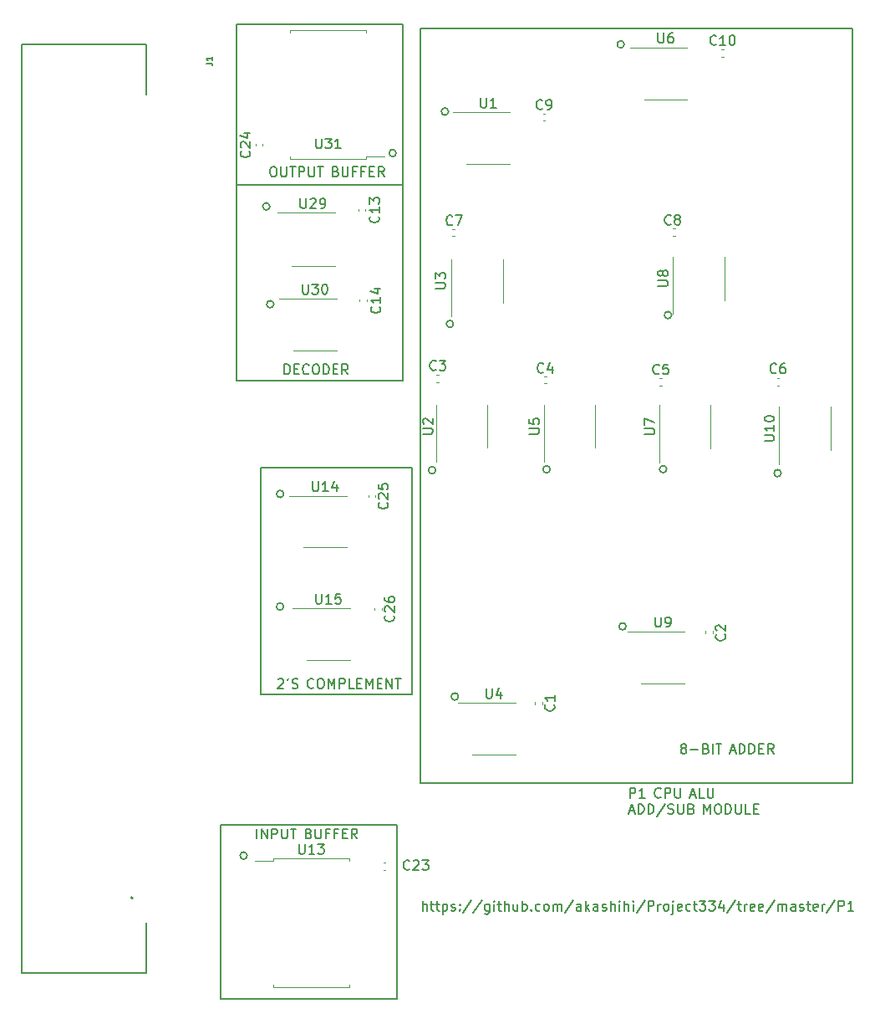
<source format=gbr>
%TF.GenerationSoftware,KiCad,Pcbnew,(7.0.0)*%
%TF.CreationDate,2023-12-30T22:17:33+02:00*%
%TF.ProjectId,alu,616c752e-6b69-4636-9164-5f7063625858,rev?*%
%TF.SameCoordinates,Original*%
%TF.FileFunction,Legend,Top*%
%TF.FilePolarity,Positive*%
%FSLAX46Y46*%
G04 Gerber Fmt 4.6, Leading zero omitted, Abs format (unit mm)*
G04 Created by KiCad (PCBNEW (7.0.0)) date 2023-12-30 22:17:33*
%MOMM*%
%LPD*%
G01*
G04 APERTURE LIST*
%ADD10C,0.150000*%
%ADD11C,0.120000*%
%ADD12C,0.127000*%
%ADD13C,0.200000*%
G04 APERTURE END LIST*
D10*
X92860555Y-29200000D02*
G75*
G03*
X92860555Y-29200000I-360555J0D01*
G01*
X75060555Y-36000000D02*
G75*
G03*
X75060555Y-36000000I-360555J0D01*
G01*
X75560555Y-57500000D02*
G75*
G03*
X75560555Y-57500000I-360555J0D01*
G01*
X97660555Y-56600000D02*
G75*
G03*
X97660555Y-56600000I-360555J0D01*
G01*
X108760555Y-72600000D02*
G75*
G03*
X108760555Y-72600000I-360555J0D01*
G01*
X97160555Y-72200000D02*
G75*
G03*
X97160555Y-72200000I-360555J0D01*
G01*
X85360555Y-72200000D02*
G75*
G03*
X85360555Y-72200000I-360555J0D01*
G01*
X73760555Y-72300000D02*
G75*
G03*
X73760555Y-72300000I-360555J0D01*
G01*
X93060555Y-88100000D02*
G75*
G03*
X93060555Y-88100000I-360555J0D01*
G01*
X76060555Y-95200000D02*
G75*
G03*
X76060555Y-95200000I-360555J0D01*
G01*
X54660555Y-111300000D02*
G75*
G03*
X54660555Y-111300000I-360555J0D01*
G01*
X58360555Y-86100000D02*
G75*
G03*
X58360555Y-86100000I-360555J0D01*
G01*
X58360555Y-74700000D02*
G75*
G03*
X58360555Y-74700000I-360555J0D01*
G01*
X57360555Y-55500000D02*
G75*
G03*
X57360555Y-55500000I-360555J0D01*
G01*
X56960555Y-45600000D02*
G75*
G03*
X56960555Y-45600000I-360555J0D01*
G01*
X69760555Y-40200000D02*
G75*
G03*
X69760555Y-40200000I-360555J0D01*
G01*
X53600000Y-27200000D02*
X70400000Y-27200000D01*
X70400000Y-27200000D02*
X70400000Y-43400000D01*
X70400000Y-43400000D02*
X53600000Y-43400000D01*
X53600000Y-43400000D02*
X53600000Y-27200000D01*
X53600000Y-43400000D02*
X70400000Y-43400000D01*
X70400000Y-43400000D02*
X70400000Y-63200000D01*
X70400000Y-63200000D02*
X53600000Y-63200000D01*
X53600000Y-63200000D02*
X53600000Y-43400000D01*
X72200000Y-27600000D02*
X116000000Y-27600000D01*
X116000000Y-27600000D02*
X116000000Y-104000000D01*
X116000000Y-104000000D02*
X72200000Y-104000000D01*
X72200000Y-104000000D02*
X72200000Y-27600000D01*
X52000000Y-108200000D02*
X69800000Y-108200000D01*
X69800000Y-108200000D02*
X69800000Y-125800000D01*
X69800000Y-125800000D02*
X52000000Y-125800000D01*
X52000000Y-125800000D02*
X52000000Y-108200000D01*
X56000000Y-72000000D02*
X71400000Y-72000000D01*
X71400000Y-72000000D02*
X71400000Y-95000000D01*
X71400000Y-95000000D02*
X56000000Y-95000000D01*
X56000000Y-95000000D02*
X56000000Y-72000000D01*
X72438095Y-116882380D02*
X72438095Y-115882380D01*
X72866666Y-116882380D02*
X72866666Y-116358571D01*
X72866666Y-116358571D02*
X72819047Y-116263333D01*
X72819047Y-116263333D02*
X72723809Y-116215714D01*
X72723809Y-116215714D02*
X72580952Y-116215714D01*
X72580952Y-116215714D02*
X72485714Y-116263333D01*
X72485714Y-116263333D02*
X72438095Y-116310952D01*
X73200000Y-116215714D02*
X73580952Y-116215714D01*
X73342857Y-115882380D02*
X73342857Y-116739523D01*
X73342857Y-116739523D02*
X73390476Y-116834761D01*
X73390476Y-116834761D02*
X73485714Y-116882380D01*
X73485714Y-116882380D02*
X73580952Y-116882380D01*
X73771429Y-116215714D02*
X74152381Y-116215714D01*
X73914286Y-115882380D02*
X73914286Y-116739523D01*
X73914286Y-116739523D02*
X73961905Y-116834761D01*
X73961905Y-116834761D02*
X74057143Y-116882380D01*
X74057143Y-116882380D02*
X74152381Y-116882380D01*
X74485715Y-116215714D02*
X74485715Y-117215714D01*
X74485715Y-116263333D02*
X74580953Y-116215714D01*
X74580953Y-116215714D02*
X74771429Y-116215714D01*
X74771429Y-116215714D02*
X74866667Y-116263333D01*
X74866667Y-116263333D02*
X74914286Y-116310952D01*
X74914286Y-116310952D02*
X74961905Y-116406190D01*
X74961905Y-116406190D02*
X74961905Y-116691904D01*
X74961905Y-116691904D02*
X74914286Y-116787142D01*
X74914286Y-116787142D02*
X74866667Y-116834761D01*
X74866667Y-116834761D02*
X74771429Y-116882380D01*
X74771429Y-116882380D02*
X74580953Y-116882380D01*
X74580953Y-116882380D02*
X74485715Y-116834761D01*
X75342858Y-116834761D02*
X75438096Y-116882380D01*
X75438096Y-116882380D02*
X75628572Y-116882380D01*
X75628572Y-116882380D02*
X75723810Y-116834761D01*
X75723810Y-116834761D02*
X75771429Y-116739523D01*
X75771429Y-116739523D02*
X75771429Y-116691904D01*
X75771429Y-116691904D02*
X75723810Y-116596666D01*
X75723810Y-116596666D02*
X75628572Y-116549047D01*
X75628572Y-116549047D02*
X75485715Y-116549047D01*
X75485715Y-116549047D02*
X75390477Y-116501428D01*
X75390477Y-116501428D02*
X75342858Y-116406190D01*
X75342858Y-116406190D02*
X75342858Y-116358571D01*
X75342858Y-116358571D02*
X75390477Y-116263333D01*
X75390477Y-116263333D02*
X75485715Y-116215714D01*
X75485715Y-116215714D02*
X75628572Y-116215714D01*
X75628572Y-116215714D02*
X75723810Y-116263333D01*
X76200001Y-116787142D02*
X76247620Y-116834761D01*
X76247620Y-116834761D02*
X76200001Y-116882380D01*
X76200001Y-116882380D02*
X76152382Y-116834761D01*
X76152382Y-116834761D02*
X76200001Y-116787142D01*
X76200001Y-116787142D02*
X76200001Y-116882380D01*
X76200001Y-116263333D02*
X76247620Y-116310952D01*
X76247620Y-116310952D02*
X76200001Y-116358571D01*
X76200001Y-116358571D02*
X76152382Y-116310952D01*
X76152382Y-116310952D02*
X76200001Y-116263333D01*
X76200001Y-116263333D02*
X76200001Y-116358571D01*
X77390476Y-115834761D02*
X76533334Y-117120476D01*
X78438095Y-115834761D02*
X77580953Y-117120476D01*
X79200000Y-116215714D02*
X79200000Y-117025238D01*
X79200000Y-117025238D02*
X79152381Y-117120476D01*
X79152381Y-117120476D02*
X79104762Y-117168095D01*
X79104762Y-117168095D02*
X79009524Y-117215714D01*
X79009524Y-117215714D02*
X78866667Y-117215714D01*
X78866667Y-117215714D02*
X78771429Y-117168095D01*
X79200000Y-116834761D02*
X79104762Y-116882380D01*
X79104762Y-116882380D02*
X78914286Y-116882380D01*
X78914286Y-116882380D02*
X78819048Y-116834761D01*
X78819048Y-116834761D02*
X78771429Y-116787142D01*
X78771429Y-116787142D02*
X78723810Y-116691904D01*
X78723810Y-116691904D02*
X78723810Y-116406190D01*
X78723810Y-116406190D02*
X78771429Y-116310952D01*
X78771429Y-116310952D02*
X78819048Y-116263333D01*
X78819048Y-116263333D02*
X78914286Y-116215714D01*
X78914286Y-116215714D02*
X79104762Y-116215714D01*
X79104762Y-116215714D02*
X79200000Y-116263333D01*
X79676191Y-116882380D02*
X79676191Y-116215714D01*
X79676191Y-115882380D02*
X79628572Y-115930000D01*
X79628572Y-115930000D02*
X79676191Y-115977619D01*
X79676191Y-115977619D02*
X79723810Y-115930000D01*
X79723810Y-115930000D02*
X79676191Y-115882380D01*
X79676191Y-115882380D02*
X79676191Y-115977619D01*
X80009524Y-116215714D02*
X80390476Y-116215714D01*
X80152381Y-115882380D02*
X80152381Y-116739523D01*
X80152381Y-116739523D02*
X80200000Y-116834761D01*
X80200000Y-116834761D02*
X80295238Y-116882380D01*
X80295238Y-116882380D02*
X80390476Y-116882380D01*
X80723810Y-116882380D02*
X80723810Y-115882380D01*
X81152381Y-116882380D02*
X81152381Y-116358571D01*
X81152381Y-116358571D02*
X81104762Y-116263333D01*
X81104762Y-116263333D02*
X81009524Y-116215714D01*
X81009524Y-116215714D02*
X80866667Y-116215714D01*
X80866667Y-116215714D02*
X80771429Y-116263333D01*
X80771429Y-116263333D02*
X80723810Y-116310952D01*
X82057143Y-116215714D02*
X82057143Y-116882380D01*
X81628572Y-116215714D02*
X81628572Y-116739523D01*
X81628572Y-116739523D02*
X81676191Y-116834761D01*
X81676191Y-116834761D02*
X81771429Y-116882380D01*
X81771429Y-116882380D02*
X81914286Y-116882380D01*
X81914286Y-116882380D02*
X82009524Y-116834761D01*
X82009524Y-116834761D02*
X82057143Y-116787142D01*
X82533334Y-116882380D02*
X82533334Y-115882380D01*
X82533334Y-116263333D02*
X82628572Y-116215714D01*
X82628572Y-116215714D02*
X82819048Y-116215714D01*
X82819048Y-116215714D02*
X82914286Y-116263333D01*
X82914286Y-116263333D02*
X82961905Y-116310952D01*
X82961905Y-116310952D02*
X83009524Y-116406190D01*
X83009524Y-116406190D02*
X83009524Y-116691904D01*
X83009524Y-116691904D02*
X82961905Y-116787142D01*
X82961905Y-116787142D02*
X82914286Y-116834761D01*
X82914286Y-116834761D02*
X82819048Y-116882380D01*
X82819048Y-116882380D02*
X82628572Y-116882380D01*
X82628572Y-116882380D02*
X82533334Y-116834761D01*
X83438096Y-116787142D02*
X83485715Y-116834761D01*
X83485715Y-116834761D02*
X83438096Y-116882380D01*
X83438096Y-116882380D02*
X83390477Y-116834761D01*
X83390477Y-116834761D02*
X83438096Y-116787142D01*
X83438096Y-116787142D02*
X83438096Y-116882380D01*
X84342857Y-116834761D02*
X84247619Y-116882380D01*
X84247619Y-116882380D02*
X84057143Y-116882380D01*
X84057143Y-116882380D02*
X83961905Y-116834761D01*
X83961905Y-116834761D02*
X83914286Y-116787142D01*
X83914286Y-116787142D02*
X83866667Y-116691904D01*
X83866667Y-116691904D02*
X83866667Y-116406190D01*
X83866667Y-116406190D02*
X83914286Y-116310952D01*
X83914286Y-116310952D02*
X83961905Y-116263333D01*
X83961905Y-116263333D02*
X84057143Y-116215714D01*
X84057143Y-116215714D02*
X84247619Y-116215714D01*
X84247619Y-116215714D02*
X84342857Y-116263333D01*
X84914286Y-116882380D02*
X84819048Y-116834761D01*
X84819048Y-116834761D02*
X84771429Y-116787142D01*
X84771429Y-116787142D02*
X84723810Y-116691904D01*
X84723810Y-116691904D02*
X84723810Y-116406190D01*
X84723810Y-116406190D02*
X84771429Y-116310952D01*
X84771429Y-116310952D02*
X84819048Y-116263333D01*
X84819048Y-116263333D02*
X84914286Y-116215714D01*
X84914286Y-116215714D02*
X85057143Y-116215714D01*
X85057143Y-116215714D02*
X85152381Y-116263333D01*
X85152381Y-116263333D02*
X85200000Y-116310952D01*
X85200000Y-116310952D02*
X85247619Y-116406190D01*
X85247619Y-116406190D02*
X85247619Y-116691904D01*
X85247619Y-116691904D02*
X85200000Y-116787142D01*
X85200000Y-116787142D02*
X85152381Y-116834761D01*
X85152381Y-116834761D02*
X85057143Y-116882380D01*
X85057143Y-116882380D02*
X84914286Y-116882380D01*
X85676191Y-116882380D02*
X85676191Y-116215714D01*
X85676191Y-116310952D02*
X85723810Y-116263333D01*
X85723810Y-116263333D02*
X85819048Y-116215714D01*
X85819048Y-116215714D02*
X85961905Y-116215714D01*
X85961905Y-116215714D02*
X86057143Y-116263333D01*
X86057143Y-116263333D02*
X86104762Y-116358571D01*
X86104762Y-116358571D02*
X86104762Y-116882380D01*
X86104762Y-116358571D02*
X86152381Y-116263333D01*
X86152381Y-116263333D02*
X86247619Y-116215714D01*
X86247619Y-116215714D02*
X86390476Y-116215714D01*
X86390476Y-116215714D02*
X86485715Y-116263333D01*
X86485715Y-116263333D02*
X86533334Y-116358571D01*
X86533334Y-116358571D02*
X86533334Y-116882380D01*
X87723809Y-115834761D02*
X86866667Y-117120476D01*
X88485714Y-116882380D02*
X88485714Y-116358571D01*
X88485714Y-116358571D02*
X88438095Y-116263333D01*
X88438095Y-116263333D02*
X88342857Y-116215714D01*
X88342857Y-116215714D02*
X88152381Y-116215714D01*
X88152381Y-116215714D02*
X88057143Y-116263333D01*
X88485714Y-116834761D02*
X88390476Y-116882380D01*
X88390476Y-116882380D02*
X88152381Y-116882380D01*
X88152381Y-116882380D02*
X88057143Y-116834761D01*
X88057143Y-116834761D02*
X88009524Y-116739523D01*
X88009524Y-116739523D02*
X88009524Y-116644285D01*
X88009524Y-116644285D02*
X88057143Y-116549047D01*
X88057143Y-116549047D02*
X88152381Y-116501428D01*
X88152381Y-116501428D02*
X88390476Y-116501428D01*
X88390476Y-116501428D02*
X88485714Y-116453809D01*
X88961905Y-116882380D02*
X88961905Y-115882380D01*
X89057143Y-116501428D02*
X89342857Y-116882380D01*
X89342857Y-116215714D02*
X88961905Y-116596666D01*
X90200000Y-116882380D02*
X90200000Y-116358571D01*
X90200000Y-116358571D02*
X90152381Y-116263333D01*
X90152381Y-116263333D02*
X90057143Y-116215714D01*
X90057143Y-116215714D02*
X89866667Y-116215714D01*
X89866667Y-116215714D02*
X89771429Y-116263333D01*
X90200000Y-116834761D02*
X90104762Y-116882380D01*
X90104762Y-116882380D02*
X89866667Y-116882380D01*
X89866667Y-116882380D02*
X89771429Y-116834761D01*
X89771429Y-116834761D02*
X89723810Y-116739523D01*
X89723810Y-116739523D02*
X89723810Y-116644285D01*
X89723810Y-116644285D02*
X89771429Y-116549047D01*
X89771429Y-116549047D02*
X89866667Y-116501428D01*
X89866667Y-116501428D02*
X90104762Y-116501428D01*
X90104762Y-116501428D02*
X90200000Y-116453809D01*
X90628572Y-116834761D02*
X90723810Y-116882380D01*
X90723810Y-116882380D02*
X90914286Y-116882380D01*
X90914286Y-116882380D02*
X91009524Y-116834761D01*
X91009524Y-116834761D02*
X91057143Y-116739523D01*
X91057143Y-116739523D02*
X91057143Y-116691904D01*
X91057143Y-116691904D02*
X91009524Y-116596666D01*
X91009524Y-116596666D02*
X90914286Y-116549047D01*
X90914286Y-116549047D02*
X90771429Y-116549047D01*
X90771429Y-116549047D02*
X90676191Y-116501428D01*
X90676191Y-116501428D02*
X90628572Y-116406190D01*
X90628572Y-116406190D02*
X90628572Y-116358571D01*
X90628572Y-116358571D02*
X90676191Y-116263333D01*
X90676191Y-116263333D02*
X90771429Y-116215714D01*
X90771429Y-116215714D02*
X90914286Y-116215714D01*
X90914286Y-116215714D02*
X91009524Y-116263333D01*
X91485715Y-116882380D02*
X91485715Y-115882380D01*
X91914286Y-116882380D02*
X91914286Y-116358571D01*
X91914286Y-116358571D02*
X91866667Y-116263333D01*
X91866667Y-116263333D02*
X91771429Y-116215714D01*
X91771429Y-116215714D02*
X91628572Y-116215714D01*
X91628572Y-116215714D02*
X91533334Y-116263333D01*
X91533334Y-116263333D02*
X91485715Y-116310952D01*
X92390477Y-116882380D02*
X92390477Y-116215714D01*
X92390477Y-115882380D02*
X92342858Y-115930000D01*
X92342858Y-115930000D02*
X92390477Y-115977619D01*
X92390477Y-115977619D02*
X92438096Y-115930000D01*
X92438096Y-115930000D02*
X92390477Y-115882380D01*
X92390477Y-115882380D02*
X92390477Y-115977619D01*
X92866667Y-116882380D02*
X92866667Y-115882380D01*
X93295238Y-116882380D02*
X93295238Y-116358571D01*
X93295238Y-116358571D02*
X93247619Y-116263333D01*
X93247619Y-116263333D02*
X93152381Y-116215714D01*
X93152381Y-116215714D02*
X93009524Y-116215714D01*
X93009524Y-116215714D02*
X92914286Y-116263333D01*
X92914286Y-116263333D02*
X92866667Y-116310952D01*
X93771429Y-116882380D02*
X93771429Y-116215714D01*
X93771429Y-115882380D02*
X93723810Y-115930000D01*
X93723810Y-115930000D02*
X93771429Y-115977619D01*
X93771429Y-115977619D02*
X93819048Y-115930000D01*
X93819048Y-115930000D02*
X93771429Y-115882380D01*
X93771429Y-115882380D02*
X93771429Y-115977619D01*
X94961904Y-115834761D02*
X94104762Y-117120476D01*
X95295238Y-116882380D02*
X95295238Y-115882380D01*
X95295238Y-115882380D02*
X95676190Y-115882380D01*
X95676190Y-115882380D02*
X95771428Y-115930000D01*
X95771428Y-115930000D02*
X95819047Y-115977619D01*
X95819047Y-115977619D02*
X95866666Y-116072857D01*
X95866666Y-116072857D02*
X95866666Y-116215714D01*
X95866666Y-116215714D02*
X95819047Y-116310952D01*
X95819047Y-116310952D02*
X95771428Y-116358571D01*
X95771428Y-116358571D02*
X95676190Y-116406190D01*
X95676190Y-116406190D02*
X95295238Y-116406190D01*
X96295238Y-116882380D02*
X96295238Y-116215714D01*
X96295238Y-116406190D02*
X96342857Y-116310952D01*
X96342857Y-116310952D02*
X96390476Y-116263333D01*
X96390476Y-116263333D02*
X96485714Y-116215714D01*
X96485714Y-116215714D02*
X96580952Y-116215714D01*
X97057143Y-116882380D02*
X96961905Y-116834761D01*
X96961905Y-116834761D02*
X96914286Y-116787142D01*
X96914286Y-116787142D02*
X96866667Y-116691904D01*
X96866667Y-116691904D02*
X96866667Y-116406190D01*
X96866667Y-116406190D02*
X96914286Y-116310952D01*
X96914286Y-116310952D02*
X96961905Y-116263333D01*
X96961905Y-116263333D02*
X97057143Y-116215714D01*
X97057143Y-116215714D02*
X97200000Y-116215714D01*
X97200000Y-116215714D02*
X97295238Y-116263333D01*
X97295238Y-116263333D02*
X97342857Y-116310952D01*
X97342857Y-116310952D02*
X97390476Y-116406190D01*
X97390476Y-116406190D02*
X97390476Y-116691904D01*
X97390476Y-116691904D02*
X97342857Y-116787142D01*
X97342857Y-116787142D02*
X97295238Y-116834761D01*
X97295238Y-116834761D02*
X97200000Y-116882380D01*
X97200000Y-116882380D02*
X97057143Y-116882380D01*
X97819048Y-116215714D02*
X97819048Y-117072857D01*
X97819048Y-117072857D02*
X97771429Y-117168095D01*
X97771429Y-117168095D02*
X97676191Y-117215714D01*
X97676191Y-117215714D02*
X97628572Y-117215714D01*
X97819048Y-115882380D02*
X97771429Y-115930000D01*
X97771429Y-115930000D02*
X97819048Y-115977619D01*
X97819048Y-115977619D02*
X97866667Y-115930000D01*
X97866667Y-115930000D02*
X97819048Y-115882380D01*
X97819048Y-115882380D02*
X97819048Y-115977619D01*
X98676190Y-116834761D02*
X98580952Y-116882380D01*
X98580952Y-116882380D02*
X98390476Y-116882380D01*
X98390476Y-116882380D02*
X98295238Y-116834761D01*
X98295238Y-116834761D02*
X98247619Y-116739523D01*
X98247619Y-116739523D02*
X98247619Y-116358571D01*
X98247619Y-116358571D02*
X98295238Y-116263333D01*
X98295238Y-116263333D02*
X98390476Y-116215714D01*
X98390476Y-116215714D02*
X98580952Y-116215714D01*
X98580952Y-116215714D02*
X98676190Y-116263333D01*
X98676190Y-116263333D02*
X98723809Y-116358571D01*
X98723809Y-116358571D02*
X98723809Y-116453809D01*
X98723809Y-116453809D02*
X98247619Y-116549047D01*
X99580952Y-116834761D02*
X99485714Y-116882380D01*
X99485714Y-116882380D02*
X99295238Y-116882380D01*
X99295238Y-116882380D02*
X99200000Y-116834761D01*
X99200000Y-116834761D02*
X99152381Y-116787142D01*
X99152381Y-116787142D02*
X99104762Y-116691904D01*
X99104762Y-116691904D02*
X99104762Y-116406190D01*
X99104762Y-116406190D02*
X99152381Y-116310952D01*
X99152381Y-116310952D02*
X99200000Y-116263333D01*
X99200000Y-116263333D02*
X99295238Y-116215714D01*
X99295238Y-116215714D02*
X99485714Y-116215714D01*
X99485714Y-116215714D02*
X99580952Y-116263333D01*
X99866667Y-116215714D02*
X100247619Y-116215714D01*
X100009524Y-115882380D02*
X100009524Y-116739523D01*
X100009524Y-116739523D02*
X100057143Y-116834761D01*
X100057143Y-116834761D02*
X100152381Y-116882380D01*
X100152381Y-116882380D02*
X100247619Y-116882380D01*
X100485715Y-115882380D02*
X101104762Y-115882380D01*
X101104762Y-115882380D02*
X100771429Y-116263333D01*
X100771429Y-116263333D02*
X100914286Y-116263333D01*
X100914286Y-116263333D02*
X101009524Y-116310952D01*
X101009524Y-116310952D02*
X101057143Y-116358571D01*
X101057143Y-116358571D02*
X101104762Y-116453809D01*
X101104762Y-116453809D02*
X101104762Y-116691904D01*
X101104762Y-116691904D02*
X101057143Y-116787142D01*
X101057143Y-116787142D02*
X101009524Y-116834761D01*
X101009524Y-116834761D02*
X100914286Y-116882380D01*
X100914286Y-116882380D02*
X100628572Y-116882380D01*
X100628572Y-116882380D02*
X100533334Y-116834761D01*
X100533334Y-116834761D02*
X100485715Y-116787142D01*
X101438096Y-115882380D02*
X102057143Y-115882380D01*
X102057143Y-115882380D02*
X101723810Y-116263333D01*
X101723810Y-116263333D02*
X101866667Y-116263333D01*
X101866667Y-116263333D02*
X101961905Y-116310952D01*
X101961905Y-116310952D02*
X102009524Y-116358571D01*
X102009524Y-116358571D02*
X102057143Y-116453809D01*
X102057143Y-116453809D02*
X102057143Y-116691904D01*
X102057143Y-116691904D02*
X102009524Y-116787142D01*
X102009524Y-116787142D02*
X101961905Y-116834761D01*
X101961905Y-116834761D02*
X101866667Y-116882380D01*
X101866667Y-116882380D02*
X101580953Y-116882380D01*
X101580953Y-116882380D02*
X101485715Y-116834761D01*
X101485715Y-116834761D02*
X101438096Y-116787142D01*
X102914286Y-116215714D02*
X102914286Y-116882380D01*
X102676191Y-115834761D02*
X102438096Y-116549047D01*
X102438096Y-116549047D02*
X103057143Y-116549047D01*
X104152381Y-115834761D02*
X103295239Y-117120476D01*
X104342858Y-116215714D02*
X104723810Y-116215714D01*
X104485715Y-115882380D02*
X104485715Y-116739523D01*
X104485715Y-116739523D02*
X104533334Y-116834761D01*
X104533334Y-116834761D02*
X104628572Y-116882380D01*
X104628572Y-116882380D02*
X104723810Y-116882380D01*
X105057144Y-116882380D02*
X105057144Y-116215714D01*
X105057144Y-116406190D02*
X105104763Y-116310952D01*
X105104763Y-116310952D02*
X105152382Y-116263333D01*
X105152382Y-116263333D02*
X105247620Y-116215714D01*
X105247620Y-116215714D02*
X105342858Y-116215714D01*
X106057144Y-116834761D02*
X105961906Y-116882380D01*
X105961906Y-116882380D02*
X105771430Y-116882380D01*
X105771430Y-116882380D02*
X105676192Y-116834761D01*
X105676192Y-116834761D02*
X105628573Y-116739523D01*
X105628573Y-116739523D02*
X105628573Y-116358571D01*
X105628573Y-116358571D02*
X105676192Y-116263333D01*
X105676192Y-116263333D02*
X105771430Y-116215714D01*
X105771430Y-116215714D02*
X105961906Y-116215714D01*
X105961906Y-116215714D02*
X106057144Y-116263333D01*
X106057144Y-116263333D02*
X106104763Y-116358571D01*
X106104763Y-116358571D02*
X106104763Y-116453809D01*
X106104763Y-116453809D02*
X105628573Y-116549047D01*
X106914287Y-116834761D02*
X106819049Y-116882380D01*
X106819049Y-116882380D02*
X106628573Y-116882380D01*
X106628573Y-116882380D02*
X106533335Y-116834761D01*
X106533335Y-116834761D02*
X106485716Y-116739523D01*
X106485716Y-116739523D02*
X106485716Y-116358571D01*
X106485716Y-116358571D02*
X106533335Y-116263333D01*
X106533335Y-116263333D02*
X106628573Y-116215714D01*
X106628573Y-116215714D02*
X106819049Y-116215714D01*
X106819049Y-116215714D02*
X106914287Y-116263333D01*
X106914287Y-116263333D02*
X106961906Y-116358571D01*
X106961906Y-116358571D02*
X106961906Y-116453809D01*
X106961906Y-116453809D02*
X106485716Y-116549047D01*
X108104763Y-115834761D02*
X107247621Y-117120476D01*
X108438097Y-116882380D02*
X108438097Y-116215714D01*
X108438097Y-116310952D02*
X108485716Y-116263333D01*
X108485716Y-116263333D02*
X108580954Y-116215714D01*
X108580954Y-116215714D02*
X108723811Y-116215714D01*
X108723811Y-116215714D02*
X108819049Y-116263333D01*
X108819049Y-116263333D02*
X108866668Y-116358571D01*
X108866668Y-116358571D02*
X108866668Y-116882380D01*
X108866668Y-116358571D02*
X108914287Y-116263333D01*
X108914287Y-116263333D02*
X109009525Y-116215714D01*
X109009525Y-116215714D02*
X109152382Y-116215714D01*
X109152382Y-116215714D02*
X109247621Y-116263333D01*
X109247621Y-116263333D02*
X109295240Y-116358571D01*
X109295240Y-116358571D02*
X109295240Y-116882380D01*
X110200001Y-116882380D02*
X110200001Y-116358571D01*
X110200001Y-116358571D02*
X110152382Y-116263333D01*
X110152382Y-116263333D02*
X110057144Y-116215714D01*
X110057144Y-116215714D02*
X109866668Y-116215714D01*
X109866668Y-116215714D02*
X109771430Y-116263333D01*
X110200001Y-116834761D02*
X110104763Y-116882380D01*
X110104763Y-116882380D02*
X109866668Y-116882380D01*
X109866668Y-116882380D02*
X109771430Y-116834761D01*
X109771430Y-116834761D02*
X109723811Y-116739523D01*
X109723811Y-116739523D02*
X109723811Y-116644285D01*
X109723811Y-116644285D02*
X109771430Y-116549047D01*
X109771430Y-116549047D02*
X109866668Y-116501428D01*
X109866668Y-116501428D02*
X110104763Y-116501428D01*
X110104763Y-116501428D02*
X110200001Y-116453809D01*
X110628573Y-116834761D02*
X110723811Y-116882380D01*
X110723811Y-116882380D02*
X110914287Y-116882380D01*
X110914287Y-116882380D02*
X111009525Y-116834761D01*
X111009525Y-116834761D02*
X111057144Y-116739523D01*
X111057144Y-116739523D02*
X111057144Y-116691904D01*
X111057144Y-116691904D02*
X111009525Y-116596666D01*
X111009525Y-116596666D02*
X110914287Y-116549047D01*
X110914287Y-116549047D02*
X110771430Y-116549047D01*
X110771430Y-116549047D02*
X110676192Y-116501428D01*
X110676192Y-116501428D02*
X110628573Y-116406190D01*
X110628573Y-116406190D02*
X110628573Y-116358571D01*
X110628573Y-116358571D02*
X110676192Y-116263333D01*
X110676192Y-116263333D02*
X110771430Y-116215714D01*
X110771430Y-116215714D02*
X110914287Y-116215714D01*
X110914287Y-116215714D02*
X111009525Y-116263333D01*
X111342859Y-116215714D02*
X111723811Y-116215714D01*
X111485716Y-115882380D02*
X111485716Y-116739523D01*
X111485716Y-116739523D02*
X111533335Y-116834761D01*
X111533335Y-116834761D02*
X111628573Y-116882380D01*
X111628573Y-116882380D02*
X111723811Y-116882380D01*
X112438097Y-116834761D02*
X112342859Y-116882380D01*
X112342859Y-116882380D02*
X112152383Y-116882380D01*
X112152383Y-116882380D02*
X112057145Y-116834761D01*
X112057145Y-116834761D02*
X112009526Y-116739523D01*
X112009526Y-116739523D02*
X112009526Y-116358571D01*
X112009526Y-116358571D02*
X112057145Y-116263333D01*
X112057145Y-116263333D02*
X112152383Y-116215714D01*
X112152383Y-116215714D02*
X112342859Y-116215714D01*
X112342859Y-116215714D02*
X112438097Y-116263333D01*
X112438097Y-116263333D02*
X112485716Y-116358571D01*
X112485716Y-116358571D02*
X112485716Y-116453809D01*
X112485716Y-116453809D02*
X112009526Y-116549047D01*
X112914288Y-116882380D02*
X112914288Y-116215714D01*
X112914288Y-116406190D02*
X112961907Y-116310952D01*
X112961907Y-116310952D02*
X113009526Y-116263333D01*
X113009526Y-116263333D02*
X113104764Y-116215714D01*
X113104764Y-116215714D02*
X113200002Y-116215714D01*
X114247621Y-115834761D02*
X113390479Y-117120476D01*
X114580955Y-116882380D02*
X114580955Y-115882380D01*
X114580955Y-115882380D02*
X114961907Y-115882380D01*
X114961907Y-115882380D02*
X115057145Y-115930000D01*
X115057145Y-115930000D02*
X115104764Y-115977619D01*
X115104764Y-115977619D02*
X115152383Y-116072857D01*
X115152383Y-116072857D02*
X115152383Y-116215714D01*
X115152383Y-116215714D02*
X115104764Y-116310952D01*
X115104764Y-116310952D02*
X115057145Y-116358571D01*
X115057145Y-116358571D02*
X114961907Y-116406190D01*
X114961907Y-116406190D02*
X114580955Y-116406190D01*
X116104764Y-116882380D02*
X115533336Y-116882380D01*
X115819050Y-116882380D02*
X115819050Y-115882380D01*
X115819050Y-115882380D02*
X115723812Y-116025238D01*
X115723812Y-116025238D02*
X115628574Y-116120476D01*
X115628574Y-116120476D02*
X115533336Y-116168095D01*
X58438095Y-62582380D02*
X58438095Y-61582380D01*
X58438095Y-61582380D02*
X58676190Y-61582380D01*
X58676190Y-61582380D02*
X58819047Y-61630000D01*
X58819047Y-61630000D02*
X58914285Y-61725238D01*
X58914285Y-61725238D02*
X58961904Y-61820476D01*
X58961904Y-61820476D02*
X59009523Y-62010952D01*
X59009523Y-62010952D02*
X59009523Y-62153809D01*
X59009523Y-62153809D02*
X58961904Y-62344285D01*
X58961904Y-62344285D02*
X58914285Y-62439523D01*
X58914285Y-62439523D02*
X58819047Y-62534761D01*
X58819047Y-62534761D02*
X58676190Y-62582380D01*
X58676190Y-62582380D02*
X58438095Y-62582380D01*
X59438095Y-62058571D02*
X59771428Y-62058571D01*
X59914285Y-62582380D02*
X59438095Y-62582380D01*
X59438095Y-62582380D02*
X59438095Y-61582380D01*
X59438095Y-61582380D02*
X59914285Y-61582380D01*
X60914285Y-62487142D02*
X60866666Y-62534761D01*
X60866666Y-62534761D02*
X60723809Y-62582380D01*
X60723809Y-62582380D02*
X60628571Y-62582380D01*
X60628571Y-62582380D02*
X60485714Y-62534761D01*
X60485714Y-62534761D02*
X60390476Y-62439523D01*
X60390476Y-62439523D02*
X60342857Y-62344285D01*
X60342857Y-62344285D02*
X60295238Y-62153809D01*
X60295238Y-62153809D02*
X60295238Y-62010952D01*
X60295238Y-62010952D02*
X60342857Y-61820476D01*
X60342857Y-61820476D02*
X60390476Y-61725238D01*
X60390476Y-61725238D02*
X60485714Y-61630000D01*
X60485714Y-61630000D02*
X60628571Y-61582380D01*
X60628571Y-61582380D02*
X60723809Y-61582380D01*
X60723809Y-61582380D02*
X60866666Y-61630000D01*
X60866666Y-61630000D02*
X60914285Y-61677619D01*
X61533333Y-61582380D02*
X61723809Y-61582380D01*
X61723809Y-61582380D02*
X61819047Y-61630000D01*
X61819047Y-61630000D02*
X61914285Y-61725238D01*
X61914285Y-61725238D02*
X61961904Y-61915714D01*
X61961904Y-61915714D02*
X61961904Y-62249047D01*
X61961904Y-62249047D02*
X61914285Y-62439523D01*
X61914285Y-62439523D02*
X61819047Y-62534761D01*
X61819047Y-62534761D02*
X61723809Y-62582380D01*
X61723809Y-62582380D02*
X61533333Y-62582380D01*
X61533333Y-62582380D02*
X61438095Y-62534761D01*
X61438095Y-62534761D02*
X61342857Y-62439523D01*
X61342857Y-62439523D02*
X61295238Y-62249047D01*
X61295238Y-62249047D02*
X61295238Y-61915714D01*
X61295238Y-61915714D02*
X61342857Y-61725238D01*
X61342857Y-61725238D02*
X61438095Y-61630000D01*
X61438095Y-61630000D02*
X61533333Y-61582380D01*
X62390476Y-62582380D02*
X62390476Y-61582380D01*
X62390476Y-61582380D02*
X62628571Y-61582380D01*
X62628571Y-61582380D02*
X62771428Y-61630000D01*
X62771428Y-61630000D02*
X62866666Y-61725238D01*
X62866666Y-61725238D02*
X62914285Y-61820476D01*
X62914285Y-61820476D02*
X62961904Y-62010952D01*
X62961904Y-62010952D02*
X62961904Y-62153809D01*
X62961904Y-62153809D02*
X62914285Y-62344285D01*
X62914285Y-62344285D02*
X62866666Y-62439523D01*
X62866666Y-62439523D02*
X62771428Y-62534761D01*
X62771428Y-62534761D02*
X62628571Y-62582380D01*
X62628571Y-62582380D02*
X62390476Y-62582380D01*
X63390476Y-62058571D02*
X63723809Y-62058571D01*
X63866666Y-62582380D02*
X63390476Y-62582380D01*
X63390476Y-62582380D02*
X63390476Y-61582380D01*
X63390476Y-61582380D02*
X63866666Y-61582380D01*
X64866666Y-62582380D02*
X64533333Y-62106190D01*
X64295238Y-62582380D02*
X64295238Y-61582380D01*
X64295238Y-61582380D02*
X64676190Y-61582380D01*
X64676190Y-61582380D02*
X64771428Y-61630000D01*
X64771428Y-61630000D02*
X64819047Y-61677619D01*
X64819047Y-61677619D02*
X64866666Y-61772857D01*
X64866666Y-61772857D02*
X64866666Y-61915714D01*
X64866666Y-61915714D02*
X64819047Y-62010952D01*
X64819047Y-62010952D02*
X64771428Y-62058571D01*
X64771428Y-62058571D02*
X64676190Y-62106190D01*
X64676190Y-62106190D02*
X64295238Y-62106190D01*
X55638095Y-109582380D02*
X55638095Y-108582380D01*
X56114285Y-109582380D02*
X56114285Y-108582380D01*
X56114285Y-108582380D02*
X56685713Y-109582380D01*
X56685713Y-109582380D02*
X56685713Y-108582380D01*
X57161904Y-109582380D02*
X57161904Y-108582380D01*
X57161904Y-108582380D02*
X57542856Y-108582380D01*
X57542856Y-108582380D02*
X57638094Y-108630000D01*
X57638094Y-108630000D02*
X57685713Y-108677619D01*
X57685713Y-108677619D02*
X57733332Y-108772857D01*
X57733332Y-108772857D02*
X57733332Y-108915714D01*
X57733332Y-108915714D02*
X57685713Y-109010952D01*
X57685713Y-109010952D02*
X57638094Y-109058571D01*
X57638094Y-109058571D02*
X57542856Y-109106190D01*
X57542856Y-109106190D02*
X57161904Y-109106190D01*
X58161904Y-108582380D02*
X58161904Y-109391904D01*
X58161904Y-109391904D02*
X58209523Y-109487142D01*
X58209523Y-109487142D02*
X58257142Y-109534761D01*
X58257142Y-109534761D02*
X58352380Y-109582380D01*
X58352380Y-109582380D02*
X58542856Y-109582380D01*
X58542856Y-109582380D02*
X58638094Y-109534761D01*
X58638094Y-109534761D02*
X58685713Y-109487142D01*
X58685713Y-109487142D02*
X58733332Y-109391904D01*
X58733332Y-109391904D02*
X58733332Y-108582380D01*
X59066666Y-108582380D02*
X59638094Y-108582380D01*
X59352380Y-109582380D02*
X59352380Y-108582380D01*
X60904761Y-109058571D02*
X61047618Y-109106190D01*
X61047618Y-109106190D02*
X61095237Y-109153809D01*
X61095237Y-109153809D02*
X61142856Y-109249047D01*
X61142856Y-109249047D02*
X61142856Y-109391904D01*
X61142856Y-109391904D02*
X61095237Y-109487142D01*
X61095237Y-109487142D02*
X61047618Y-109534761D01*
X61047618Y-109534761D02*
X60952380Y-109582380D01*
X60952380Y-109582380D02*
X60571428Y-109582380D01*
X60571428Y-109582380D02*
X60571428Y-108582380D01*
X60571428Y-108582380D02*
X60904761Y-108582380D01*
X60904761Y-108582380D02*
X60999999Y-108630000D01*
X60999999Y-108630000D02*
X61047618Y-108677619D01*
X61047618Y-108677619D02*
X61095237Y-108772857D01*
X61095237Y-108772857D02*
X61095237Y-108868095D01*
X61095237Y-108868095D02*
X61047618Y-108963333D01*
X61047618Y-108963333D02*
X60999999Y-109010952D01*
X60999999Y-109010952D02*
X60904761Y-109058571D01*
X60904761Y-109058571D02*
X60571428Y-109058571D01*
X61571428Y-108582380D02*
X61571428Y-109391904D01*
X61571428Y-109391904D02*
X61619047Y-109487142D01*
X61619047Y-109487142D02*
X61666666Y-109534761D01*
X61666666Y-109534761D02*
X61761904Y-109582380D01*
X61761904Y-109582380D02*
X61952380Y-109582380D01*
X61952380Y-109582380D02*
X62047618Y-109534761D01*
X62047618Y-109534761D02*
X62095237Y-109487142D01*
X62095237Y-109487142D02*
X62142856Y-109391904D01*
X62142856Y-109391904D02*
X62142856Y-108582380D01*
X62952380Y-109058571D02*
X62619047Y-109058571D01*
X62619047Y-109582380D02*
X62619047Y-108582380D01*
X62619047Y-108582380D02*
X63095237Y-108582380D01*
X63809523Y-109058571D02*
X63476190Y-109058571D01*
X63476190Y-109582380D02*
X63476190Y-108582380D01*
X63476190Y-108582380D02*
X63952380Y-108582380D01*
X64333333Y-109058571D02*
X64666666Y-109058571D01*
X64809523Y-109582380D02*
X64333333Y-109582380D01*
X64333333Y-109582380D02*
X64333333Y-108582380D01*
X64333333Y-108582380D02*
X64809523Y-108582380D01*
X65809523Y-109582380D02*
X65476190Y-109106190D01*
X65238095Y-109582380D02*
X65238095Y-108582380D01*
X65238095Y-108582380D02*
X65619047Y-108582380D01*
X65619047Y-108582380D02*
X65714285Y-108630000D01*
X65714285Y-108630000D02*
X65761904Y-108677619D01*
X65761904Y-108677619D02*
X65809523Y-108772857D01*
X65809523Y-108772857D02*
X65809523Y-108915714D01*
X65809523Y-108915714D02*
X65761904Y-109010952D01*
X65761904Y-109010952D02*
X65714285Y-109058571D01*
X65714285Y-109058571D02*
X65619047Y-109106190D01*
X65619047Y-109106190D02*
X65238095Y-109106190D01*
X57790476Y-93477619D02*
X57838095Y-93430000D01*
X57838095Y-93430000D02*
X57933333Y-93382380D01*
X57933333Y-93382380D02*
X58171428Y-93382380D01*
X58171428Y-93382380D02*
X58266666Y-93430000D01*
X58266666Y-93430000D02*
X58314285Y-93477619D01*
X58314285Y-93477619D02*
X58361904Y-93572857D01*
X58361904Y-93572857D02*
X58361904Y-93668095D01*
X58361904Y-93668095D02*
X58314285Y-93810952D01*
X58314285Y-93810952D02*
X57742857Y-94382380D01*
X57742857Y-94382380D02*
X58361904Y-94382380D01*
X58838095Y-93382380D02*
X58742857Y-93572857D01*
X59219047Y-94334761D02*
X59361904Y-94382380D01*
X59361904Y-94382380D02*
X59599999Y-94382380D01*
X59599999Y-94382380D02*
X59695237Y-94334761D01*
X59695237Y-94334761D02*
X59742856Y-94287142D01*
X59742856Y-94287142D02*
X59790475Y-94191904D01*
X59790475Y-94191904D02*
X59790475Y-94096666D01*
X59790475Y-94096666D02*
X59742856Y-94001428D01*
X59742856Y-94001428D02*
X59695237Y-93953809D01*
X59695237Y-93953809D02*
X59599999Y-93906190D01*
X59599999Y-93906190D02*
X59409523Y-93858571D01*
X59409523Y-93858571D02*
X59314285Y-93810952D01*
X59314285Y-93810952D02*
X59266666Y-93763333D01*
X59266666Y-93763333D02*
X59219047Y-93668095D01*
X59219047Y-93668095D02*
X59219047Y-93572857D01*
X59219047Y-93572857D02*
X59266666Y-93477619D01*
X59266666Y-93477619D02*
X59314285Y-93430000D01*
X59314285Y-93430000D02*
X59409523Y-93382380D01*
X59409523Y-93382380D02*
X59647618Y-93382380D01*
X59647618Y-93382380D02*
X59790475Y-93430000D01*
X61390475Y-94287142D02*
X61342856Y-94334761D01*
X61342856Y-94334761D02*
X61199999Y-94382380D01*
X61199999Y-94382380D02*
X61104761Y-94382380D01*
X61104761Y-94382380D02*
X60961904Y-94334761D01*
X60961904Y-94334761D02*
X60866666Y-94239523D01*
X60866666Y-94239523D02*
X60819047Y-94144285D01*
X60819047Y-94144285D02*
X60771428Y-93953809D01*
X60771428Y-93953809D02*
X60771428Y-93810952D01*
X60771428Y-93810952D02*
X60819047Y-93620476D01*
X60819047Y-93620476D02*
X60866666Y-93525238D01*
X60866666Y-93525238D02*
X60961904Y-93430000D01*
X60961904Y-93430000D02*
X61104761Y-93382380D01*
X61104761Y-93382380D02*
X61199999Y-93382380D01*
X61199999Y-93382380D02*
X61342856Y-93430000D01*
X61342856Y-93430000D02*
X61390475Y-93477619D01*
X62009523Y-93382380D02*
X62199999Y-93382380D01*
X62199999Y-93382380D02*
X62295237Y-93430000D01*
X62295237Y-93430000D02*
X62390475Y-93525238D01*
X62390475Y-93525238D02*
X62438094Y-93715714D01*
X62438094Y-93715714D02*
X62438094Y-94049047D01*
X62438094Y-94049047D02*
X62390475Y-94239523D01*
X62390475Y-94239523D02*
X62295237Y-94334761D01*
X62295237Y-94334761D02*
X62199999Y-94382380D01*
X62199999Y-94382380D02*
X62009523Y-94382380D01*
X62009523Y-94382380D02*
X61914285Y-94334761D01*
X61914285Y-94334761D02*
X61819047Y-94239523D01*
X61819047Y-94239523D02*
X61771428Y-94049047D01*
X61771428Y-94049047D02*
X61771428Y-93715714D01*
X61771428Y-93715714D02*
X61819047Y-93525238D01*
X61819047Y-93525238D02*
X61914285Y-93430000D01*
X61914285Y-93430000D02*
X62009523Y-93382380D01*
X62866666Y-94382380D02*
X62866666Y-93382380D01*
X62866666Y-93382380D02*
X63199999Y-94096666D01*
X63199999Y-94096666D02*
X63533332Y-93382380D01*
X63533332Y-93382380D02*
X63533332Y-94382380D01*
X64009523Y-94382380D02*
X64009523Y-93382380D01*
X64009523Y-93382380D02*
X64390475Y-93382380D01*
X64390475Y-93382380D02*
X64485713Y-93430000D01*
X64485713Y-93430000D02*
X64533332Y-93477619D01*
X64533332Y-93477619D02*
X64580951Y-93572857D01*
X64580951Y-93572857D02*
X64580951Y-93715714D01*
X64580951Y-93715714D02*
X64533332Y-93810952D01*
X64533332Y-93810952D02*
X64485713Y-93858571D01*
X64485713Y-93858571D02*
X64390475Y-93906190D01*
X64390475Y-93906190D02*
X64009523Y-93906190D01*
X65485713Y-94382380D02*
X65009523Y-94382380D01*
X65009523Y-94382380D02*
X65009523Y-93382380D01*
X65819047Y-93858571D02*
X66152380Y-93858571D01*
X66295237Y-94382380D02*
X65819047Y-94382380D01*
X65819047Y-94382380D02*
X65819047Y-93382380D01*
X65819047Y-93382380D02*
X66295237Y-93382380D01*
X66723809Y-94382380D02*
X66723809Y-93382380D01*
X66723809Y-93382380D02*
X67057142Y-94096666D01*
X67057142Y-94096666D02*
X67390475Y-93382380D01*
X67390475Y-93382380D02*
X67390475Y-94382380D01*
X67866666Y-93858571D02*
X68199999Y-93858571D01*
X68342856Y-94382380D02*
X67866666Y-94382380D01*
X67866666Y-94382380D02*
X67866666Y-93382380D01*
X67866666Y-93382380D02*
X68342856Y-93382380D01*
X68771428Y-94382380D02*
X68771428Y-93382380D01*
X68771428Y-93382380D02*
X69342856Y-94382380D01*
X69342856Y-94382380D02*
X69342856Y-93382380D01*
X69676190Y-93382380D02*
X70247618Y-93382380D01*
X69961904Y-94382380D02*
X69961904Y-93382380D01*
X57228571Y-41582380D02*
X57419047Y-41582380D01*
X57419047Y-41582380D02*
X57514285Y-41630000D01*
X57514285Y-41630000D02*
X57609523Y-41725238D01*
X57609523Y-41725238D02*
X57657142Y-41915714D01*
X57657142Y-41915714D02*
X57657142Y-42249047D01*
X57657142Y-42249047D02*
X57609523Y-42439523D01*
X57609523Y-42439523D02*
X57514285Y-42534761D01*
X57514285Y-42534761D02*
X57419047Y-42582380D01*
X57419047Y-42582380D02*
X57228571Y-42582380D01*
X57228571Y-42582380D02*
X57133333Y-42534761D01*
X57133333Y-42534761D02*
X57038095Y-42439523D01*
X57038095Y-42439523D02*
X56990476Y-42249047D01*
X56990476Y-42249047D02*
X56990476Y-41915714D01*
X56990476Y-41915714D02*
X57038095Y-41725238D01*
X57038095Y-41725238D02*
X57133333Y-41630000D01*
X57133333Y-41630000D02*
X57228571Y-41582380D01*
X58085714Y-41582380D02*
X58085714Y-42391904D01*
X58085714Y-42391904D02*
X58133333Y-42487142D01*
X58133333Y-42487142D02*
X58180952Y-42534761D01*
X58180952Y-42534761D02*
X58276190Y-42582380D01*
X58276190Y-42582380D02*
X58466666Y-42582380D01*
X58466666Y-42582380D02*
X58561904Y-42534761D01*
X58561904Y-42534761D02*
X58609523Y-42487142D01*
X58609523Y-42487142D02*
X58657142Y-42391904D01*
X58657142Y-42391904D02*
X58657142Y-41582380D01*
X58990476Y-41582380D02*
X59561904Y-41582380D01*
X59276190Y-42582380D02*
X59276190Y-41582380D01*
X59895238Y-42582380D02*
X59895238Y-41582380D01*
X59895238Y-41582380D02*
X60276190Y-41582380D01*
X60276190Y-41582380D02*
X60371428Y-41630000D01*
X60371428Y-41630000D02*
X60419047Y-41677619D01*
X60419047Y-41677619D02*
X60466666Y-41772857D01*
X60466666Y-41772857D02*
X60466666Y-41915714D01*
X60466666Y-41915714D02*
X60419047Y-42010952D01*
X60419047Y-42010952D02*
X60371428Y-42058571D01*
X60371428Y-42058571D02*
X60276190Y-42106190D01*
X60276190Y-42106190D02*
X59895238Y-42106190D01*
X60895238Y-41582380D02*
X60895238Y-42391904D01*
X60895238Y-42391904D02*
X60942857Y-42487142D01*
X60942857Y-42487142D02*
X60990476Y-42534761D01*
X60990476Y-42534761D02*
X61085714Y-42582380D01*
X61085714Y-42582380D02*
X61276190Y-42582380D01*
X61276190Y-42582380D02*
X61371428Y-42534761D01*
X61371428Y-42534761D02*
X61419047Y-42487142D01*
X61419047Y-42487142D02*
X61466666Y-42391904D01*
X61466666Y-42391904D02*
X61466666Y-41582380D01*
X61800000Y-41582380D02*
X62371428Y-41582380D01*
X62085714Y-42582380D02*
X62085714Y-41582380D01*
X63638095Y-42058571D02*
X63780952Y-42106190D01*
X63780952Y-42106190D02*
X63828571Y-42153809D01*
X63828571Y-42153809D02*
X63876190Y-42249047D01*
X63876190Y-42249047D02*
X63876190Y-42391904D01*
X63876190Y-42391904D02*
X63828571Y-42487142D01*
X63828571Y-42487142D02*
X63780952Y-42534761D01*
X63780952Y-42534761D02*
X63685714Y-42582380D01*
X63685714Y-42582380D02*
X63304762Y-42582380D01*
X63304762Y-42582380D02*
X63304762Y-41582380D01*
X63304762Y-41582380D02*
X63638095Y-41582380D01*
X63638095Y-41582380D02*
X63733333Y-41630000D01*
X63733333Y-41630000D02*
X63780952Y-41677619D01*
X63780952Y-41677619D02*
X63828571Y-41772857D01*
X63828571Y-41772857D02*
X63828571Y-41868095D01*
X63828571Y-41868095D02*
X63780952Y-41963333D01*
X63780952Y-41963333D02*
X63733333Y-42010952D01*
X63733333Y-42010952D02*
X63638095Y-42058571D01*
X63638095Y-42058571D02*
X63304762Y-42058571D01*
X64304762Y-41582380D02*
X64304762Y-42391904D01*
X64304762Y-42391904D02*
X64352381Y-42487142D01*
X64352381Y-42487142D02*
X64400000Y-42534761D01*
X64400000Y-42534761D02*
X64495238Y-42582380D01*
X64495238Y-42582380D02*
X64685714Y-42582380D01*
X64685714Y-42582380D02*
X64780952Y-42534761D01*
X64780952Y-42534761D02*
X64828571Y-42487142D01*
X64828571Y-42487142D02*
X64876190Y-42391904D01*
X64876190Y-42391904D02*
X64876190Y-41582380D01*
X65685714Y-42058571D02*
X65352381Y-42058571D01*
X65352381Y-42582380D02*
X65352381Y-41582380D01*
X65352381Y-41582380D02*
X65828571Y-41582380D01*
X66542857Y-42058571D02*
X66209524Y-42058571D01*
X66209524Y-42582380D02*
X66209524Y-41582380D01*
X66209524Y-41582380D02*
X66685714Y-41582380D01*
X67066667Y-42058571D02*
X67400000Y-42058571D01*
X67542857Y-42582380D02*
X67066667Y-42582380D01*
X67066667Y-42582380D02*
X67066667Y-41582380D01*
X67066667Y-41582380D02*
X67542857Y-41582380D01*
X68542857Y-42582380D02*
X68209524Y-42106190D01*
X67971429Y-42582380D02*
X67971429Y-41582380D01*
X67971429Y-41582380D02*
X68352381Y-41582380D01*
X68352381Y-41582380D02*
X68447619Y-41630000D01*
X68447619Y-41630000D02*
X68495238Y-41677619D01*
X68495238Y-41677619D02*
X68542857Y-41772857D01*
X68542857Y-41772857D02*
X68542857Y-41915714D01*
X68542857Y-41915714D02*
X68495238Y-42010952D01*
X68495238Y-42010952D02*
X68447619Y-42058571D01*
X68447619Y-42058571D02*
X68352381Y-42106190D01*
X68352381Y-42106190D02*
X67971429Y-42106190D01*
X93438095Y-105462380D02*
X93438095Y-104462380D01*
X93438095Y-104462380D02*
X93819047Y-104462380D01*
X93819047Y-104462380D02*
X93914285Y-104510000D01*
X93914285Y-104510000D02*
X93961904Y-104557619D01*
X93961904Y-104557619D02*
X94009523Y-104652857D01*
X94009523Y-104652857D02*
X94009523Y-104795714D01*
X94009523Y-104795714D02*
X93961904Y-104890952D01*
X93961904Y-104890952D02*
X93914285Y-104938571D01*
X93914285Y-104938571D02*
X93819047Y-104986190D01*
X93819047Y-104986190D02*
X93438095Y-104986190D01*
X94961904Y-105462380D02*
X94390476Y-105462380D01*
X94676190Y-105462380D02*
X94676190Y-104462380D01*
X94676190Y-104462380D02*
X94580952Y-104605238D01*
X94580952Y-104605238D02*
X94485714Y-104700476D01*
X94485714Y-104700476D02*
X94390476Y-104748095D01*
X96561904Y-105367142D02*
X96514285Y-105414761D01*
X96514285Y-105414761D02*
X96371428Y-105462380D01*
X96371428Y-105462380D02*
X96276190Y-105462380D01*
X96276190Y-105462380D02*
X96133333Y-105414761D01*
X96133333Y-105414761D02*
X96038095Y-105319523D01*
X96038095Y-105319523D02*
X95990476Y-105224285D01*
X95990476Y-105224285D02*
X95942857Y-105033809D01*
X95942857Y-105033809D02*
X95942857Y-104890952D01*
X95942857Y-104890952D02*
X95990476Y-104700476D01*
X95990476Y-104700476D02*
X96038095Y-104605238D01*
X96038095Y-104605238D02*
X96133333Y-104510000D01*
X96133333Y-104510000D02*
X96276190Y-104462380D01*
X96276190Y-104462380D02*
X96371428Y-104462380D01*
X96371428Y-104462380D02*
X96514285Y-104510000D01*
X96514285Y-104510000D02*
X96561904Y-104557619D01*
X96990476Y-105462380D02*
X96990476Y-104462380D01*
X96990476Y-104462380D02*
X97371428Y-104462380D01*
X97371428Y-104462380D02*
X97466666Y-104510000D01*
X97466666Y-104510000D02*
X97514285Y-104557619D01*
X97514285Y-104557619D02*
X97561904Y-104652857D01*
X97561904Y-104652857D02*
X97561904Y-104795714D01*
X97561904Y-104795714D02*
X97514285Y-104890952D01*
X97514285Y-104890952D02*
X97466666Y-104938571D01*
X97466666Y-104938571D02*
X97371428Y-104986190D01*
X97371428Y-104986190D02*
X96990476Y-104986190D01*
X97990476Y-104462380D02*
X97990476Y-105271904D01*
X97990476Y-105271904D02*
X98038095Y-105367142D01*
X98038095Y-105367142D02*
X98085714Y-105414761D01*
X98085714Y-105414761D02*
X98180952Y-105462380D01*
X98180952Y-105462380D02*
X98371428Y-105462380D01*
X98371428Y-105462380D02*
X98466666Y-105414761D01*
X98466666Y-105414761D02*
X98514285Y-105367142D01*
X98514285Y-105367142D02*
X98561904Y-105271904D01*
X98561904Y-105271904D02*
X98561904Y-104462380D01*
X99590476Y-105176666D02*
X100066666Y-105176666D01*
X99495238Y-105462380D02*
X99828571Y-104462380D01*
X99828571Y-104462380D02*
X100161904Y-105462380D01*
X100971428Y-105462380D02*
X100495238Y-105462380D01*
X100495238Y-105462380D02*
X100495238Y-104462380D01*
X101304762Y-104462380D02*
X101304762Y-105271904D01*
X101304762Y-105271904D02*
X101352381Y-105367142D01*
X101352381Y-105367142D02*
X101400000Y-105414761D01*
X101400000Y-105414761D02*
X101495238Y-105462380D01*
X101495238Y-105462380D02*
X101685714Y-105462380D01*
X101685714Y-105462380D02*
X101780952Y-105414761D01*
X101780952Y-105414761D02*
X101828571Y-105367142D01*
X101828571Y-105367142D02*
X101876190Y-105271904D01*
X101876190Y-105271904D02*
X101876190Y-104462380D01*
X93390476Y-106796666D02*
X93866666Y-106796666D01*
X93295238Y-107082380D02*
X93628571Y-106082380D01*
X93628571Y-106082380D02*
X93961904Y-107082380D01*
X94295238Y-107082380D02*
X94295238Y-106082380D01*
X94295238Y-106082380D02*
X94533333Y-106082380D01*
X94533333Y-106082380D02*
X94676190Y-106130000D01*
X94676190Y-106130000D02*
X94771428Y-106225238D01*
X94771428Y-106225238D02*
X94819047Y-106320476D01*
X94819047Y-106320476D02*
X94866666Y-106510952D01*
X94866666Y-106510952D02*
X94866666Y-106653809D01*
X94866666Y-106653809D02*
X94819047Y-106844285D01*
X94819047Y-106844285D02*
X94771428Y-106939523D01*
X94771428Y-106939523D02*
X94676190Y-107034761D01*
X94676190Y-107034761D02*
X94533333Y-107082380D01*
X94533333Y-107082380D02*
X94295238Y-107082380D01*
X95295238Y-107082380D02*
X95295238Y-106082380D01*
X95295238Y-106082380D02*
X95533333Y-106082380D01*
X95533333Y-106082380D02*
X95676190Y-106130000D01*
X95676190Y-106130000D02*
X95771428Y-106225238D01*
X95771428Y-106225238D02*
X95819047Y-106320476D01*
X95819047Y-106320476D02*
X95866666Y-106510952D01*
X95866666Y-106510952D02*
X95866666Y-106653809D01*
X95866666Y-106653809D02*
X95819047Y-106844285D01*
X95819047Y-106844285D02*
X95771428Y-106939523D01*
X95771428Y-106939523D02*
X95676190Y-107034761D01*
X95676190Y-107034761D02*
X95533333Y-107082380D01*
X95533333Y-107082380D02*
X95295238Y-107082380D01*
X97009523Y-106034761D02*
X96152381Y-107320476D01*
X97295238Y-107034761D02*
X97438095Y-107082380D01*
X97438095Y-107082380D02*
X97676190Y-107082380D01*
X97676190Y-107082380D02*
X97771428Y-107034761D01*
X97771428Y-107034761D02*
X97819047Y-106987142D01*
X97819047Y-106987142D02*
X97866666Y-106891904D01*
X97866666Y-106891904D02*
X97866666Y-106796666D01*
X97866666Y-106796666D02*
X97819047Y-106701428D01*
X97819047Y-106701428D02*
X97771428Y-106653809D01*
X97771428Y-106653809D02*
X97676190Y-106606190D01*
X97676190Y-106606190D02*
X97485714Y-106558571D01*
X97485714Y-106558571D02*
X97390476Y-106510952D01*
X97390476Y-106510952D02*
X97342857Y-106463333D01*
X97342857Y-106463333D02*
X97295238Y-106368095D01*
X97295238Y-106368095D02*
X97295238Y-106272857D01*
X97295238Y-106272857D02*
X97342857Y-106177619D01*
X97342857Y-106177619D02*
X97390476Y-106130000D01*
X97390476Y-106130000D02*
X97485714Y-106082380D01*
X97485714Y-106082380D02*
X97723809Y-106082380D01*
X97723809Y-106082380D02*
X97866666Y-106130000D01*
X98295238Y-106082380D02*
X98295238Y-106891904D01*
X98295238Y-106891904D02*
X98342857Y-106987142D01*
X98342857Y-106987142D02*
X98390476Y-107034761D01*
X98390476Y-107034761D02*
X98485714Y-107082380D01*
X98485714Y-107082380D02*
X98676190Y-107082380D01*
X98676190Y-107082380D02*
X98771428Y-107034761D01*
X98771428Y-107034761D02*
X98819047Y-106987142D01*
X98819047Y-106987142D02*
X98866666Y-106891904D01*
X98866666Y-106891904D02*
X98866666Y-106082380D01*
X99676190Y-106558571D02*
X99819047Y-106606190D01*
X99819047Y-106606190D02*
X99866666Y-106653809D01*
X99866666Y-106653809D02*
X99914285Y-106749047D01*
X99914285Y-106749047D02*
X99914285Y-106891904D01*
X99914285Y-106891904D02*
X99866666Y-106987142D01*
X99866666Y-106987142D02*
X99819047Y-107034761D01*
X99819047Y-107034761D02*
X99723809Y-107082380D01*
X99723809Y-107082380D02*
X99342857Y-107082380D01*
X99342857Y-107082380D02*
X99342857Y-106082380D01*
X99342857Y-106082380D02*
X99676190Y-106082380D01*
X99676190Y-106082380D02*
X99771428Y-106130000D01*
X99771428Y-106130000D02*
X99819047Y-106177619D01*
X99819047Y-106177619D02*
X99866666Y-106272857D01*
X99866666Y-106272857D02*
X99866666Y-106368095D01*
X99866666Y-106368095D02*
X99819047Y-106463333D01*
X99819047Y-106463333D02*
X99771428Y-106510952D01*
X99771428Y-106510952D02*
X99676190Y-106558571D01*
X99676190Y-106558571D02*
X99342857Y-106558571D01*
X100942857Y-107082380D02*
X100942857Y-106082380D01*
X100942857Y-106082380D02*
X101276190Y-106796666D01*
X101276190Y-106796666D02*
X101609523Y-106082380D01*
X101609523Y-106082380D02*
X101609523Y-107082380D01*
X102276190Y-106082380D02*
X102466666Y-106082380D01*
X102466666Y-106082380D02*
X102561904Y-106130000D01*
X102561904Y-106130000D02*
X102657142Y-106225238D01*
X102657142Y-106225238D02*
X102704761Y-106415714D01*
X102704761Y-106415714D02*
X102704761Y-106749047D01*
X102704761Y-106749047D02*
X102657142Y-106939523D01*
X102657142Y-106939523D02*
X102561904Y-107034761D01*
X102561904Y-107034761D02*
X102466666Y-107082380D01*
X102466666Y-107082380D02*
X102276190Y-107082380D01*
X102276190Y-107082380D02*
X102180952Y-107034761D01*
X102180952Y-107034761D02*
X102085714Y-106939523D01*
X102085714Y-106939523D02*
X102038095Y-106749047D01*
X102038095Y-106749047D02*
X102038095Y-106415714D01*
X102038095Y-106415714D02*
X102085714Y-106225238D01*
X102085714Y-106225238D02*
X102180952Y-106130000D01*
X102180952Y-106130000D02*
X102276190Y-106082380D01*
X103133333Y-107082380D02*
X103133333Y-106082380D01*
X103133333Y-106082380D02*
X103371428Y-106082380D01*
X103371428Y-106082380D02*
X103514285Y-106130000D01*
X103514285Y-106130000D02*
X103609523Y-106225238D01*
X103609523Y-106225238D02*
X103657142Y-106320476D01*
X103657142Y-106320476D02*
X103704761Y-106510952D01*
X103704761Y-106510952D02*
X103704761Y-106653809D01*
X103704761Y-106653809D02*
X103657142Y-106844285D01*
X103657142Y-106844285D02*
X103609523Y-106939523D01*
X103609523Y-106939523D02*
X103514285Y-107034761D01*
X103514285Y-107034761D02*
X103371428Y-107082380D01*
X103371428Y-107082380D02*
X103133333Y-107082380D01*
X104133333Y-106082380D02*
X104133333Y-106891904D01*
X104133333Y-106891904D02*
X104180952Y-106987142D01*
X104180952Y-106987142D02*
X104228571Y-107034761D01*
X104228571Y-107034761D02*
X104323809Y-107082380D01*
X104323809Y-107082380D02*
X104514285Y-107082380D01*
X104514285Y-107082380D02*
X104609523Y-107034761D01*
X104609523Y-107034761D02*
X104657142Y-106987142D01*
X104657142Y-106987142D02*
X104704761Y-106891904D01*
X104704761Y-106891904D02*
X104704761Y-106082380D01*
X105657142Y-107082380D02*
X105180952Y-107082380D01*
X105180952Y-107082380D02*
X105180952Y-106082380D01*
X105990476Y-106558571D02*
X106323809Y-106558571D01*
X106466666Y-107082380D02*
X105990476Y-107082380D01*
X105990476Y-107082380D02*
X105990476Y-106082380D01*
X105990476Y-106082380D02*
X106466666Y-106082380D01*
X98780952Y-100410952D02*
X98685714Y-100363333D01*
X98685714Y-100363333D02*
X98638095Y-100315714D01*
X98638095Y-100315714D02*
X98590476Y-100220476D01*
X98590476Y-100220476D02*
X98590476Y-100172857D01*
X98590476Y-100172857D02*
X98638095Y-100077619D01*
X98638095Y-100077619D02*
X98685714Y-100030000D01*
X98685714Y-100030000D02*
X98780952Y-99982380D01*
X98780952Y-99982380D02*
X98971428Y-99982380D01*
X98971428Y-99982380D02*
X99066666Y-100030000D01*
X99066666Y-100030000D02*
X99114285Y-100077619D01*
X99114285Y-100077619D02*
X99161904Y-100172857D01*
X99161904Y-100172857D02*
X99161904Y-100220476D01*
X99161904Y-100220476D02*
X99114285Y-100315714D01*
X99114285Y-100315714D02*
X99066666Y-100363333D01*
X99066666Y-100363333D02*
X98971428Y-100410952D01*
X98971428Y-100410952D02*
X98780952Y-100410952D01*
X98780952Y-100410952D02*
X98685714Y-100458571D01*
X98685714Y-100458571D02*
X98638095Y-100506190D01*
X98638095Y-100506190D02*
X98590476Y-100601428D01*
X98590476Y-100601428D02*
X98590476Y-100791904D01*
X98590476Y-100791904D02*
X98638095Y-100887142D01*
X98638095Y-100887142D02*
X98685714Y-100934761D01*
X98685714Y-100934761D02*
X98780952Y-100982380D01*
X98780952Y-100982380D02*
X98971428Y-100982380D01*
X98971428Y-100982380D02*
X99066666Y-100934761D01*
X99066666Y-100934761D02*
X99114285Y-100887142D01*
X99114285Y-100887142D02*
X99161904Y-100791904D01*
X99161904Y-100791904D02*
X99161904Y-100601428D01*
X99161904Y-100601428D02*
X99114285Y-100506190D01*
X99114285Y-100506190D02*
X99066666Y-100458571D01*
X99066666Y-100458571D02*
X98971428Y-100410952D01*
X99590476Y-100601428D02*
X100352381Y-100601428D01*
X101161904Y-100458571D02*
X101304761Y-100506190D01*
X101304761Y-100506190D02*
X101352380Y-100553809D01*
X101352380Y-100553809D02*
X101399999Y-100649047D01*
X101399999Y-100649047D02*
X101399999Y-100791904D01*
X101399999Y-100791904D02*
X101352380Y-100887142D01*
X101352380Y-100887142D02*
X101304761Y-100934761D01*
X101304761Y-100934761D02*
X101209523Y-100982380D01*
X101209523Y-100982380D02*
X100828571Y-100982380D01*
X100828571Y-100982380D02*
X100828571Y-99982380D01*
X100828571Y-99982380D02*
X101161904Y-99982380D01*
X101161904Y-99982380D02*
X101257142Y-100030000D01*
X101257142Y-100030000D02*
X101304761Y-100077619D01*
X101304761Y-100077619D02*
X101352380Y-100172857D01*
X101352380Y-100172857D02*
X101352380Y-100268095D01*
X101352380Y-100268095D02*
X101304761Y-100363333D01*
X101304761Y-100363333D02*
X101257142Y-100410952D01*
X101257142Y-100410952D02*
X101161904Y-100458571D01*
X101161904Y-100458571D02*
X100828571Y-100458571D01*
X101828571Y-100982380D02*
X101828571Y-99982380D01*
X102161904Y-99982380D02*
X102733332Y-99982380D01*
X102447618Y-100982380D02*
X102447618Y-99982380D01*
X103619047Y-100696666D02*
X104095237Y-100696666D01*
X103523809Y-100982380D02*
X103857142Y-99982380D01*
X103857142Y-99982380D02*
X104190475Y-100982380D01*
X104523809Y-100982380D02*
X104523809Y-99982380D01*
X104523809Y-99982380D02*
X104761904Y-99982380D01*
X104761904Y-99982380D02*
X104904761Y-100030000D01*
X104904761Y-100030000D02*
X104999999Y-100125238D01*
X104999999Y-100125238D02*
X105047618Y-100220476D01*
X105047618Y-100220476D02*
X105095237Y-100410952D01*
X105095237Y-100410952D02*
X105095237Y-100553809D01*
X105095237Y-100553809D02*
X105047618Y-100744285D01*
X105047618Y-100744285D02*
X104999999Y-100839523D01*
X104999999Y-100839523D02*
X104904761Y-100934761D01*
X104904761Y-100934761D02*
X104761904Y-100982380D01*
X104761904Y-100982380D02*
X104523809Y-100982380D01*
X105523809Y-100982380D02*
X105523809Y-99982380D01*
X105523809Y-99982380D02*
X105761904Y-99982380D01*
X105761904Y-99982380D02*
X105904761Y-100030000D01*
X105904761Y-100030000D02*
X105999999Y-100125238D01*
X105999999Y-100125238D02*
X106047618Y-100220476D01*
X106047618Y-100220476D02*
X106095237Y-100410952D01*
X106095237Y-100410952D02*
X106095237Y-100553809D01*
X106095237Y-100553809D02*
X106047618Y-100744285D01*
X106047618Y-100744285D02*
X105999999Y-100839523D01*
X105999999Y-100839523D02*
X105904761Y-100934761D01*
X105904761Y-100934761D02*
X105761904Y-100982380D01*
X105761904Y-100982380D02*
X105523809Y-100982380D01*
X106523809Y-100458571D02*
X106857142Y-100458571D01*
X106999999Y-100982380D02*
X106523809Y-100982380D01*
X106523809Y-100982380D02*
X106523809Y-99982380D01*
X106523809Y-99982380D02*
X106999999Y-99982380D01*
X107999999Y-100982380D02*
X107666666Y-100506190D01*
X107428571Y-100982380D02*
X107428571Y-99982380D01*
X107428571Y-99982380D02*
X107809523Y-99982380D01*
X107809523Y-99982380D02*
X107904761Y-100030000D01*
X107904761Y-100030000D02*
X107952380Y-100077619D01*
X107952380Y-100077619D02*
X107999999Y-100172857D01*
X107999999Y-100172857D02*
X107999999Y-100315714D01*
X107999999Y-100315714D02*
X107952380Y-100410952D01*
X107952380Y-100410952D02*
X107904761Y-100458571D01*
X107904761Y-100458571D02*
X107809523Y-100506190D01*
X107809523Y-100506190D02*
X107428571Y-100506190D01*
%TO.C,C8*%
X97595333Y-47363742D02*
X97547714Y-47411361D01*
X97547714Y-47411361D02*
X97404857Y-47458980D01*
X97404857Y-47458980D02*
X97309619Y-47458980D01*
X97309619Y-47458980D02*
X97166762Y-47411361D01*
X97166762Y-47411361D02*
X97071524Y-47316123D01*
X97071524Y-47316123D02*
X97023905Y-47220885D01*
X97023905Y-47220885D02*
X96976286Y-47030409D01*
X96976286Y-47030409D02*
X96976286Y-46887552D01*
X96976286Y-46887552D02*
X97023905Y-46697076D01*
X97023905Y-46697076D02*
X97071524Y-46601838D01*
X97071524Y-46601838D02*
X97166762Y-46506600D01*
X97166762Y-46506600D02*
X97309619Y-46458980D01*
X97309619Y-46458980D02*
X97404857Y-46458980D01*
X97404857Y-46458980D02*
X97547714Y-46506600D01*
X97547714Y-46506600D02*
X97595333Y-46554219D01*
X98166762Y-46887552D02*
X98071524Y-46839933D01*
X98071524Y-46839933D02*
X98023905Y-46792314D01*
X98023905Y-46792314D02*
X97976286Y-46697076D01*
X97976286Y-46697076D02*
X97976286Y-46649457D01*
X97976286Y-46649457D02*
X98023905Y-46554219D01*
X98023905Y-46554219D02*
X98071524Y-46506600D01*
X98071524Y-46506600D02*
X98166762Y-46458980D01*
X98166762Y-46458980D02*
X98357238Y-46458980D01*
X98357238Y-46458980D02*
X98452476Y-46506600D01*
X98452476Y-46506600D02*
X98500095Y-46554219D01*
X98500095Y-46554219D02*
X98547714Y-46649457D01*
X98547714Y-46649457D02*
X98547714Y-46697076D01*
X98547714Y-46697076D02*
X98500095Y-46792314D01*
X98500095Y-46792314D02*
X98452476Y-46839933D01*
X98452476Y-46839933D02*
X98357238Y-46887552D01*
X98357238Y-46887552D02*
X98166762Y-46887552D01*
X98166762Y-46887552D02*
X98071524Y-46935171D01*
X98071524Y-46935171D02*
X98023905Y-46982790D01*
X98023905Y-46982790D02*
X97976286Y-47078028D01*
X97976286Y-47078028D02*
X97976286Y-47268504D01*
X97976286Y-47268504D02*
X98023905Y-47363742D01*
X98023905Y-47363742D02*
X98071524Y-47411361D01*
X98071524Y-47411361D02*
X98166762Y-47458980D01*
X98166762Y-47458980D02*
X98357238Y-47458980D01*
X98357238Y-47458980D02*
X98452476Y-47411361D01*
X98452476Y-47411361D02*
X98500095Y-47363742D01*
X98500095Y-47363742D02*
X98547714Y-47268504D01*
X98547714Y-47268504D02*
X98547714Y-47078028D01*
X98547714Y-47078028D02*
X98500095Y-46982790D01*
X98500095Y-46982790D02*
X98452476Y-46935171D01*
X98452476Y-46935171D02*
X98357238Y-46887552D01*
%TO.C,U10*%
X107067780Y-69327794D02*
X107877304Y-69327794D01*
X107877304Y-69327794D02*
X107972542Y-69280175D01*
X107972542Y-69280175D02*
X108020161Y-69232556D01*
X108020161Y-69232556D02*
X108067780Y-69137318D01*
X108067780Y-69137318D02*
X108067780Y-68946842D01*
X108067780Y-68946842D02*
X108020161Y-68851604D01*
X108020161Y-68851604D02*
X107972542Y-68803985D01*
X107972542Y-68803985D02*
X107877304Y-68756366D01*
X107877304Y-68756366D02*
X107067780Y-68756366D01*
X108067780Y-67756366D02*
X108067780Y-68327794D01*
X108067780Y-68042080D02*
X107067780Y-68042080D01*
X107067780Y-68042080D02*
X107210638Y-68137318D01*
X107210638Y-68137318D02*
X107305876Y-68232556D01*
X107305876Y-68232556D02*
X107353495Y-68327794D01*
X107067780Y-67137318D02*
X107067780Y-67042080D01*
X107067780Y-67042080D02*
X107115400Y-66946842D01*
X107115400Y-66946842D02*
X107163019Y-66899223D01*
X107163019Y-66899223D02*
X107258257Y-66851604D01*
X107258257Y-66851604D02*
X107448733Y-66803985D01*
X107448733Y-66803985D02*
X107686828Y-66803985D01*
X107686828Y-66803985D02*
X107877304Y-66851604D01*
X107877304Y-66851604D02*
X107972542Y-66899223D01*
X107972542Y-66899223D02*
X108020161Y-66946842D01*
X108020161Y-66946842D02*
X108067780Y-67042080D01*
X108067780Y-67042080D02*
X108067780Y-67137318D01*
X108067780Y-67137318D02*
X108020161Y-67232556D01*
X108020161Y-67232556D02*
X107972542Y-67280175D01*
X107972542Y-67280175D02*
X107877304Y-67327794D01*
X107877304Y-67327794D02*
X107686828Y-67375413D01*
X107686828Y-67375413D02*
X107448733Y-67375413D01*
X107448733Y-67375413D02*
X107258257Y-67327794D01*
X107258257Y-67327794D02*
X107163019Y-67280175D01*
X107163019Y-67280175D02*
X107115400Y-67232556D01*
X107115400Y-67232556D02*
X107067780Y-67137318D01*
%TO.C,U3*%
X73738580Y-53898704D02*
X74548104Y-53898704D01*
X74548104Y-53898704D02*
X74643342Y-53851085D01*
X74643342Y-53851085D02*
X74690961Y-53803466D01*
X74690961Y-53803466D02*
X74738580Y-53708228D01*
X74738580Y-53708228D02*
X74738580Y-53517752D01*
X74738580Y-53517752D02*
X74690961Y-53422514D01*
X74690961Y-53422514D02*
X74643342Y-53374895D01*
X74643342Y-53374895D02*
X74548104Y-53327276D01*
X74548104Y-53327276D02*
X73738580Y-53327276D01*
X73738580Y-52946323D02*
X73738580Y-52327276D01*
X73738580Y-52327276D02*
X74119533Y-52660609D01*
X74119533Y-52660609D02*
X74119533Y-52517752D01*
X74119533Y-52517752D02*
X74167152Y-52422514D01*
X74167152Y-52422514D02*
X74214771Y-52374895D01*
X74214771Y-52374895D02*
X74310009Y-52327276D01*
X74310009Y-52327276D02*
X74548104Y-52327276D01*
X74548104Y-52327276D02*
X74643342Y-52374895D01*
X74643342Y-52374895D02*
X74690961Y-52422514D01*
X74690961Y-52422514D02*
X74738580Y-52517752D01*
X74738580Y-52517752D02*
X74738580Y-52803466D01*
X74738580Y-52803466D02*
X74690961Y-52898704D01*
X74690961Y-52898704D02*
X74643342Y-52946323D01*
%TO.C,C13*%
X67963142Y-46616857D02*
X68010761Y-46664476D01*
X68010761Y-46664476D02*
X68058380Y-46807333D01*
X68058380Y-46807333D02*
X68058380Y-46902571D01*
X68058380Y-46902571D02*
X68010761Y-47045428D01*
X68010761Y-47045428D02*
X67915523Y-47140666D01*
X67915523Y-47140666D02*
X67820285Y-47188285D01*
X67820285Y-47188285D02*
X67629809Y-47235904D01*
X67629809Y-47235904D02*
X67486952Y-47235904D01*
X67486952Y-47235904D02*
X67296476Y-47188285D01*
X67296476Y-47188285D02*
X67201238Y-47140666D01*
X67201238Y-47140666D02*
X67106000Y-47045428D01*
X67106000Y-47045428D02*
X67058380Y-46902571D01*
X67058380Y-46902571D02*
X67058380Y-46807333D01*
X67058380Y-46807333D02*
X67106000Y-46664476D01*
X67106000Y-46664476D02*
X67153619Y-46616857D01*
X68058380Y-45664476D02*
X68058380Y-46235904D01*
X68058380Y-45950190D02*
X67058380Y-45950190D01*
X67058380Y-45950190D02*
X67201238Y-46045428D01*
X67201238Y-46045428D02*
X67296476Y-46140666D01*
X67296476Y-46140666D02*
X67344095Y-46235904D01*
X67058380Y-45331142D02*
X67058380Y-44712095D01*
X67058380Y-44712095D02*
X67439333Y-45045428D01*
X67439333Y-45045428D02*
X67439333Y-44902571D01*
X67439333Y-44902571D02*
X67486952Y-44807333D01*
X67486952Y-44807333D02*
X67534571Y-44759714D01*
X67534571Y-44759714D02*
X67629809Y-44712095D01*
X67629809Y-44712095D02*
X67867904Y-44712095D01*
X67867904Y-44712095D02*
X67963142Y-44759714D01*
X67963142Y-44759714D02*
X68010761Y-44807333D01*
X68010761Y-44807333D02*
X68058380Y-44902571D01*
X68058380Y-44902571D02*
X68058380Y-45188285D01*
X68058380Y-45188285D02*
X68010761Y-45283523D01*
X68010761Y-45283523D02*
X67963142Y-45331142D01*
%TO.C,U9*%
X96012095Y-87154180D02*
X96012095Y-87963704D01*
X96012095Y-87963704D02*
X96059714Y-88058942D01*
X96059714Y-88058942D02*
X96107333Y-88106561D01*
X96107333Y-88106561D02*
X96202571Y-88154180D01*
X96202571Y-88154180D02*
X96393047Y-88154180D01*
X96393047Y-88154180D02*
X96488285Y-88106561D01*
X96488285Y-88106561D02*
X96535904Y-88058942D01*
X96535904Y-88058942D02*
X96583523Y-87963704D01*
X96583523Y-87963704D02*
X96583523Y-87154180D01*
X97107333Y-88154180D02*
X97297809Y-88154180D01*
X97297809Y-88154180D02*
X97393047Y-88106561D01*
X97393047Y-88106561D02*
X97440666Y-88058942D01*
X97440666Y-88058942D02*
X97535904Y-87916085D01*
X97535904Y-87916085D02*
X97583523Y-87725609D01*
X97583523Y-87725609D02*
X97583523Y-87344657D01*
X97583523Y-87344657D02*
X97535904Y-87249419D01*
X97535904Y-87249419D02*
X97488285Y-87201800D01*
X97488285Y-87201800D02*
X97393047Y-87154180D01*
X97393047Y-87154180D02*
X97202571Y-87154180D01*
X97202571Y-87154180D02*
X97107333Y-87201800D01*
X97107333Y-87201800D02*
X97059714Y-87249419D01*
X97059714Y-87249419D02*
X97012095Y-87344657D01*
X97012095Y-87344657D02*
X97012095Y-87582752D01*
X97012095Y-87582752D02*
X97059714Y-87677990D01*
X97059714Y-87677990D02*
X97107333Y-87725609D01*
X97107333Y-87725609D02*
X97202571Y-87773228D01*
X97202571Y-87773228D02*
X97393047Y-87773228D01*
X97393047Y-87773228D02*
X97488285Y-87725609D01*
X97488285Y-87725609D02*
X97535904Y-87677990D01*
X97535904Y-87677990D02*
X97583523Y-87582752D01*
%TO.C,J1*%
X50497336Y-31114190D02*
X50954918Y-31114190D01*
X50954918Y-31114190D02*
X51046435Y-31144696D01*
X51046435Y-31144696D02*
X51107446Y-31205707D01*
X51107446Y-31205707D02*
X51137951Y-31297223D01*
X51137951Y-31297223D02*
X51137951Y-31358234D01*
X51137951Y-30473575D02*
X51137951Y-30839641D01*
X51137951Y-30656608D02*
X50497336Y-30656608D01*
X50497336Y-30656608D02*
X50588852Y-30717619D01*
X50588852Y-30717619D02*
X50649863Y-30778630D01*
X50649863Y-30778630D02*
X50680369Y-30839641D01*
%TO.C,C4*%
X84697333Y-62349742D02*
X84649714Y-62397361D01*
X84649714Y-62397361D02*
X84506857Y-62444980D01*
X84506857Y-62444980D02*
X84411619Y-62444980D01*
X84411619Y-62444980D02*
X84268762Y-62397361D01*
X84268762Y-62397361D02*
X84173524Y-62302123D01*
X84173524Y-62302123D02*
X84125905Y-62206885D01*
X84125905Y-62206885D02*
X84078286Y-62016409D01*
X84078286Y-62016409D02*
X84078286Y-61873552D01*
X84078286Y-61873552D02*
X84125905Y-61683076D01*
X84125905Y-61683076D02*
X84173524Y-61587838D01*
X84173524Y-61587838D02*
X84268762Y-61492600D01*
X84268762Y-61492600D02*
X84411619Y-61444980D01*
X84411619Y-61444980D02*
X84506857Y-61444980D01*
X84506857Y-61444980D02*
X84649714Y-61492600D01*
X84649714Y-61492600D02*
X84697333Y-61540219D01*
X85554476Y-61778314D02*
X85554476Y-62444980D01*
X85316381Y-61397361D02*
X85078286Y-62111647D01*
X85078286Y-62111647D02*
X85697333Y-62111647D01*
%TO.C,U1*%
X78333695Y-34626980D02*
X78333695Y-35436504D01*
X78333695Y-35436504D02*
X78381314Y-35531742D01*
X78381314Y-35531742D02*
X78428933Y-35579361D01*
X78428933Y-35579361D02*
X78524171Y-35626980D01*
X78524171Y-35626980D02*
X78714647Y-35626980D01*
X78714647Y-35626980D02*
X78809885Y-35579361D01*
X78809885Y-35579361D02*
X78857504Y-35531742D01*
X78857504Y-35531742D02*
X78905123Y-35436504D01*
X78905123Y-35436504D02*
X78905123Y-34626980D01*
X79905123Y-35626980D02*
X79333695Y-35626980D01*
X79619409Y-35626980D02*
X79619409Y-34626980D01*
X79619409Y-34626980D02*
X79524171Y-34769838D01*
X79524171Y-34769838D02*
X79428933Y-34865076D01*
X79428933Y-34865076D02*
X79333695Y-34912695D01*
%TO.C,C25*%
X68852142Y-75572857D02*
X68899761Y-75620476D01*
X68899761Y-75620476D02*
X68947380Y-75763333D01*
X68947380Y-75763333D02*
X68947380Y-75858571D01*
X68947380Y-75858571D02*
X68899761Y-76001428D01*
X68899761Y-76001428D02*
X68804523Y-76096666D01*
X68804523Y-76096666D02*
X68709285Y-76144285D01*
X68709285Y-76144285D02*
X68518809Y-76191904D01*
X68518809Y-76191904D02*
X68375952Y-76191904D01*
X68375952Y-76191904D02*
X68185476Y-76144285D01*
X68185476Y-76144285D02*
X68090238Y-76096666D01*
X68090238Y-76096666D02*
X67995000Y-76001428D01*
X67995000Y-76001428D02*
X67947380Y-75858571D01*
X67947380Y-75858571D02*
X67947380Y-75763333D01*
X67947380Y-75763333D02*
X67995000Y-75620476D01*
X67995000Y-75620476D02*
X68042619Y-75572857D01*
X68042619Y-75191904D02*
X67995000Y-75144285D01*
X67995000Y-75144285D02*
X67947380Y-75049047D01*
X67947380Y-75049047D02*
X67947380Y-74810952D01*
X67947380Y-74810952D02*
X67995000Y-74715714D01*
X67995000Y-74715714D02*
X68042619Y-74668095D01*
X68042619Y-74668095D02*
X68137857Y-74620476D01*
X68137857Y-74620476D02*
X68233095Y-74620476D01*
X68233095Y-74620476D02*
X68375952Y-74668095D01*
X68375952Y-74668095D02*
X68947380Y-75239523D01*
X68947380Y-75239523D02*
X68947380Y-74620476D01*
X67947380Y-73715714D02*
X67947380Y-74191904D01*
X67947380Y-74191904D02*
X68423571Y-74239523D01*
X68423571Y-74239523D02*
X68375952Y-74191904D01*
X68375952Y-74191904D02*
X68328333Y-74096666D01*
X68328333Y-74096666D02*
X68328333Y-73858571D01*
X68328333Y-73858571D02*
X68375952Y-73763333D01*
X68375952Y-73763333D02*
X68423571Y-73715714D01*
X68423571Y-73715714D02*
X68518809Y-73668095D01*
X68518809Y-73668095D02*
X68756904Y-73668095D01*
X68756904Y-73668095D02*
X68852142Y-73715714D01*
X68852142Y-73715714D02*
X68899761Y-73763333D01*
X68899761Y-73763333D02*
X68947380Y-73858571D01*
X68947380Y-73858571D02*
X68947380Y-74096666D01*
X68947380Y-74096666D02*
X68899761Y-74191904D01*
X68899761Y-74191904D02*
X68852142Y-74239523D01*
%TO.C,U7*%
X94938180Y-68663804D02*
X95747704Y-68663804D01*
X95747704Y-68663804D02*
X95842942Y-68616185D01*
X95842942Y-68616185D02*
X95890561Y-68568566D01*
X95890561Y-68568566D02*
X95938180Y-68473328D01*
X95938180Y-68473328D02*
X95938180Y-68282852D01*
X95938180Y-68282852D02*
X95890561Y-68187614D01*
X95890561Y-68187614D02*
X95842942Y-68139995D01*
X95842942Y-68139995D02*
X95747704Y-68092376D01*
X95747704Y-68092376D02*
X94938180Y-68092376D01*
X94938180Y-67711423D02*
X94938180Y-67044757D01*
X94938180Y-67044757D02*
X95938180Y-67473328D01*
%TO.C,C3*%
X73798133Y-62095742D02*
X73750514Y-62143361D01*
X73750514Y-62143361D02*
X73607657Y-62190980D01*
X73607657Y-62190980D02*
X73512419Y-62190980D01*
X73512419Y-62190980D02*
X73369562Y-62143361D01*
X73369562Y-62143361D02*
X73274324Y-62048123D01*
X73274324Y-62048123D02*
X73226705Y-61952885D01*
X73226705Y-61952885D02*
X73179086Y-61762409D01*
X73179086Y-61762409D02*
X73179086Y-61619552D01*
X73179086Y-61619552D02*
X73226705Y-61429076D01*
X73226705Y-61429076D02*
X73274324Y-61333838D01*
X73274324Y-61333838D02*
X73369562Y-61238600D01*
X73369562Y-61238600D02*
X73512419Y-61190980D01*
X73512419Y-61190980D02*
X73607657Y-61190980D01*
X73607657Y-61190980D02*
X73750514Y-61238600D01*
X73750514Y-61238600D02*
X73798133Y-61286219D01*
X74131467Y-61190980D02*
X74750514Y-61190980D01*
X74750514Y-61190980D02*
X74417181Y-61571933D01*
X74417181Y-61571933D02*
X74560038Y-61571933D01*
X74560038Y-61571933D02*
X74655276Y-61619552D01*
X74655276Y-61619552D02*
X74702895Y-61667171D01*
X74702895Y-61667171D02*
X74750514Y-61762409D01*
X74750514Y-61762409D02*
X74750514Y-62000504D01*
X74750514Y-62000504D02*
X74702895Y-62095742D01*
X74702895Y-62095742D02*
X74655276Y-62143361D01*
X74655276Y-62143361D02*
X74560038Y-62190980D01*
X74560038Y-62190980D02*
X74274324Y-62190980D01*
X74274324Y-62190980D02*
X74179086Y-62143361D01*
X74179086Y-62143361D02*
X74131467Y-62095742D01*
%TO.C,U8*%
X96298180Y-53644704D02*
X97107704Y-53644704D01*
X97107704Y-53644704D02*
X97202942Y-53597085D01*
X97202942Y-53597085D02*
X97250561Y-53549466D01*
X97250561Y-53549466D02*
X97298180Y-53454228D01*
X97298180Y-53454228D02*
X97298180Y-53263752D01*
X97298180Y-53263752D02*
X97250561Y-53168514D01*
X97250561Y-53168514D02*
X97202942Y-53120895D01*
X97202942Y-53120895D02*
X97107704Y-53073276D01*
X97107704Y-53073276D02*
X96298180Y-53073276D01*
X96726752Y-52454228D02*
X96679133Y-52549466D01*
X96679133Y-52549466D02*
X96631514Y-52597085D01*
X96631514Y-52597085D02*
X96536276Y-52644704D01*
X96536276Y-52644704D02*
X96488657Y-52644704D01*
X96488657Y-52644704D02*
X96393419Y-52597085D01*
X96393419Y-52597085D02*
X96345800Y-52549466D01*
X96345800Y-52549466D02*
X96298180Y-52454228D01*
X96298180Y-52454228D02*
X96298180Y-52263752D01*
X96298180Y-52263752D02*
X96345800Y-52168514D01*
X96345800Y-52168514D02*
X96393419Y-52120895D01*
X96393419Y-52120895D02*
X96488657Y-52073276D01*
X96488657Y-52073276D02*
X96536276Y-52073276D01*
X96536276Y-52073276D02*
X96631514Y-52120895D01*
X96631514Y-52120895D02*
X96679133Y-52168514D01*
X96679133Y-52168514D02*
X96726752Y-52263752D01*
X96726752Y-52263752D02*
X96726752Y-52454228D01*
X96726752Y-52454228D02*
X96774371Y-52549466D01*
X96774371Y-52549466D02*
X96821990Y-52597085D01*
X96821990Y-52597085D02*
X96917228Y-52644704D01*
X96917228Y-52644704D02*
X97107704Y-52644704D01*
X97107704Y-52644704D02*
X97202942Y-52597085D01*
X97202942Y-52597085D02*
X97250561Y-52549466D01*
X97250561Y-52549466D02*
X97298180Y-52454228D01*
X97298180Y-52454228D02*
X97298180Y-52263752D01*
X97298180Y-52263752D02*
X97250561Y-52168514D01*
X97250561Y-52168514D02*
X97202942Y-52120895D01*
X97202942Y-52120895D02*
X97107704Y-52073276D01*
X97107704Y-52073276D02*
X96917228Y-52073276D01*
X96917228Y-52073276D02*
X96821990Y-52120895D01*
X96821990Y-52120895D02*
X96774371Y-52168514D01*
X96774371Y-52168514D02*
X96726752Y-52263752D01*
%TO.C,U6*%
X96299195Y-28052980D02*
X96299195Y-28862504D01*
X96299195Y-28862504D02*
X96346814Y-28957742D01*
X96346814Y-28957742D02*
X96394433Y-29005361D01*
X96394433Y-29005361D02*
X96489671Y-29052980D01*
X96489671Y-29052980D02*
X96680147Y-29052980D01*
X96680147Y-29052980D02*
X96775385Y-29005361D01*
X96775385Y-29005361D02*
X96823004Y-28957742D01*
X96823004Y-28957742D02*
X96870623Y-28862504D01*
X96870623Y-28862504D02*
X96870623Y-28052980D01*
X97775385Y-28052980D02*
X97584909Y-28052980D01*
X97584909Y-28052980D02*
X97489671Y-28100600D01*
X97489671Y-28100600D02*
X97442052Y-28148219D01*
X97442052Y-28148219D02*
X97346814Y-28291076D01*
X97346814Y-28291076D02*
X97299195Y-28481552D01*
X97299195Y-28481552D02*
X97299195Y-28862504D01*
X97299195Y-28862504D02*
X97346814Y-28957742D01*
X97346814Y-28957742D02*
X97394433Y-29005361D01*
X97394433Y-29005361D02*
X97489671Y-29052980D01*
X97489671Y-29052980D02*
X97680147Y-29052980D01*
X97680147Y-29052980D02*
X97775385Y-29005361D01*
X97775385Y-29005361D02*
X97823004Y-28957742D01*
X97823004Y-28957742D02*
X97870623Y-28862504D01*
X97870623Y-28862504D02*
X97870623Y-28624409D01*
X97870623Y-28624409D02*
X97823004Y-28529171D01*
X97823004Y-28529171D02*
X97775385Y-28481552D01*
X97775385Y-28481552D02*
X97680147Y-28433933D01*
X97680147Y-28433933D02*
X97489671Y-28433933D01*
X97489671Y-28433933D02*
X97394433Y-28481552D01*
X97394433Y-28481552D02*
X97346814Y-28529171D01*
X97346814Y-28529171D02*
X97299195Y-28624409D01*
%TO.C,U5*%
X83243780Y-68613004D02*
X84053304Y-68613004D01*
X84053304Y-68613004D02*
X84148542Y-68565385D01*
X84148542Y-68565385D02*
X84196161Y-68517766D01*
X84196161Y-68517766D02*
X84243780Y-68422528D01*
X84243780Y-68422528D02*
X84243780Y-68232052D01*
X84243780Y-68232052D02*
X84196161Y-68136814D01*
X84196161Y-68136814D02*
X84148542Y-68089195D01*
X84148542Y-68089195D02*
X84053304Y-68041576D01*
X84053304Y-68041576D02*
X83243780Y-68041576D01*
X83243780Y-67089195D02*
X83243780Y-67565385D01*
X83243780Y-67565385D02*
X83719971Y-67613004D01*
X83719971Y-67613004D02*
X83672352Y-67565385D01*
X83672352Y-67565385D02*
X83624733Y-67470147D01*
X83624733Y-67470147D02*
X83624733Y-67232052D01*
X83624733Y-67232052D02*
X83672352Y-67136814D01*
X83672352Y-67136814D02*
X83719971Y-67089195D01*
X83719971Y-67089195D02*
X83815209Y-67041576D01*
X83815209Y-67041576D02*
X84053304Y-67041576D01*
X84053304Y-67041576D02*
X84148542Y-67089195D01*
X84148542Y-67089195D02*
X84196161Y-67136814D01*
X84196161Y-67136814D02*
X84243780Y-67232052D01*
X84243780Y-67232052D02*
X84243780Y-67470147D01*
X84243780Y-67470147D02*
X84196161Y-67565385D01*
X84196161Y-67565385D02*
X84148542Y-67613004D01*
%TO.C,C6*%
X108268533Y-62400542D02*
X108220914Y-62448161D01*
X108220914Y-62448161D02*
X108078057Y-62495780D01*
X108078057Y-62495780D02*
X107982819Y-62495780D01*
X107982819Y-62495780D02*
X107839962Y-62448161D01*
X107839962Y-62448161D02*
X107744724Y-62352923D01*
X107744724Y-62352923D02*
X107697105Y-62257685D01*
X107697105Y-62257685D02*
X107649486Y-62067209D01*
X107649486Y-62067209D02*
X107649486Y-61924352D01*
X107649486Y-61924352D02*
X107697105Y-61733876D01*
X107697105Y-61733876D02*
X107744724Y-61638638D01*
X107744724Y-61638638D02*
X107839962Y-61543400D01*
X107839962Y-61543400D02*
X107982819Y-61495780D01*
X107982819Y-61495780D02*
X108078057Y-61495780D01*
X108078057Y-61495780D02*
X108220914Y-61543400D01*
X108220914Y-61543400D02*
X108268533Y-61591019D01*
X109125676Y-61495780D02*
X108935200Y-61495780D01*
X108935200Y-61495780D02*
X108839962Y-61543400D01*
X108839962Y-61543400D02*
X108792343Y-61591019D01*
X108792343Y-61591019D02*
X108697105Y-61733876D01*
X108697105Y-61733876D02*
X108649486Y-61924352D01*
X108649486Y-61924352D02*
X108649486Y-62305304D01*
X108649486Y-62305304D02*
X108697105Y-62400542D01*
X108697105Y-62400542D02*
X108744724Y-62448161D01*
X108744724Y-62448161D02*
X108839962Y-62495780D01*
X108839962Y-62495780D02*
X109030438Y-62495780D01*
X109030438Y-62495780D02*
X109125676Y-62448161D01*
X109125676Y-62448161D02*
X109173295Y-62400542D01*
X109173295Y-62400542D02*
X109220914Y-62305304D01*
X109220914Y-62305304D02*
X109220914Y-62067209D01*
X109220914Y-62067209D02*
X109173295Y-61971971D01*
X109173295Y-61971971D02*
X109125676Y-61924352D01*
X109125676Y-61924352D02*
X109030438Y-61876733D01*
X109030438Y-61876733D02*
X108839962Y-61876733D01*
X108839962Y-61876733D02*
X108744724Y-61924352D01*
X108744724Y-61924352D02*
X108697105Y-61971971D01*
X108697105Y-61971971D02*
X108649486Y-62067209D01*
%TO.C,U30*%
X60280705Y-53473780D02*
X60280705Y-54283304D01*
X60280705Y-54283304D02*
X60328324Y-54378542D01*
X60328324Y-54378542D02*
X60375943Y-54426161D01*
X60375943Y-54426161D02*
X60471181Y-54473780D01*
X60471181Y-54473780D02*
X60661657Y-54473780D01*
X60661657Y-54473780D02*
X60756895Y-54426161D01*
X60756895Y-54426161D02*
X60804514Y-54378542D01*
X60804514Y-54378542D02*
X60852133Y-54283304D01*
X60852133Y-54283304D02*
X60852133Y-53473780D01*
X61233086Y-53473780D02*
X61852133Y-53473780D01*
X61852133Y-53473780D02*
X61518800Y-53854733D01*
X61518800Y-53854733D02*
X61661657Y-53854733D01*
X61661657Y-53854733D02*
X61756895Y-53902352D01*
X61756895Y-53902352D02*
X61804514Y-53949971D01*
X61804514Y-53949971D02*
X61852133Y-54045209D01*
X61852133Y-54045209D02*
X61852133Y-54283304D01*
X61852133Y-54283304D02*
X61804514Y-54378542D01*
X61804514Y-54378542D02*
X61756895Y-54426161D01*
X61756895Y-54426161D02*
X61661657Y-54473780D01*
X61661657Y-54473780D02*
X61375943Y-54473780D01*
X61375943Y-54473780D02*
X61280705Y-54426161D01*
X61280705Y-54426161D02*
X61233086Y-54378542D01*
X62471181Y-53473780D02*
X62566419Y-53473780D01*
X62566419Y-53473780D02*
X62661657Y-53521400D01*
X62661657Y-53521400D02*
X62709276Y-53569019D01*
X62709276Y-53569019D02*
X62756895Y-53664257D01*
X62756895Y-53664257D02*
X62804514Y-53854733D01*
X62804514Y-53854733D02*
X62804514Y-54092828D01*
X62804514Y-54092828D02*
X62756895Y-54283304D01*
X62756895Y-54283304D02*
X62709276Y-54378542D01*
X62709276Y-54378542D02*
X62661657Y-54426161D01*
X62661657Y-54426161D02*
X62566419Y-54473780D01*
X62566419Y-54473780D02*
X62471181Y-54473780D01*
X62471181Y-54473780D02*
X62375943Y-54426161D01*
X62375943Y-54426161D02*
X62328324Y-54378542D01*
X62328324Y-54378542D02*
X62280705Y-54283304D01*
X62280705Y-54283304D02*
X62233086Y-54092828D01*
X62233086Y-54092828D02*
X62233086Y-53854733D01*
X62233086Y-53854733D02*
X62280705Y-53664257D01*
X62280705Y-53664257D02*
X62328324Y-53569019D01*
X62328324Y-53569019D02*
X62375943Y-53521400D01*
X62375943Y-53521400D02*
X62471181Y-53473780D01*
%TO.C,C10*%
X102176342Y-29185742D02*
X102128723Y-29233361D01*
X102128723Y-29233361D02*
X101985866Y-29280980D01*
X101985866Y-29280980D02*
X101890628Y-29280980D01*
X101890628Y-29280980D02*
X101747771Y-29233361D01*
X101747771Y-29233361D02*
X101652533Y-29138123D01*
X101652533Y-29138123D02*
X101604914Y-29042885D01*
X101604914Y-29042885D02*
X101557295Y-28852409D01*
X101557295Y-28852409D02*
X101557295Y-28709552D01*
X101557295Y-28709552D02*
X101604914Y-28519076D01*
X101604914Y-28519076D02*
X101652533Y-28423838D01*
X101652533Y-28423838D02*
X101747771Y-28328600D01*
X101747771Y-28328600D02*
X101890628Y-28280980D01*
X101890628Y-28280980D02*
X101985866Y-28280980D01*
X101985866Y-28280980D02*
X102128723Y-28328600D01*
X102128723Y-28328600D02*
X102176342Y-28376219D01*
X103128723Y-29280980D02*
X102557295Y-29280980D01*
X102843009Y-29280980D02*
X102843009Y-28280980D01*
X102843009Y-28280980D02*
X102747771Y-28423838D01*
X102747771Y-28423838D02*
X102652533Y-28519076D01*
X102652533Y-28519076D02*
X102557295Y-28566695D01*
X103747771Y-28280980D02*
X103843009Y-28280980D01*
X103843009Y-28280980D02*
X103938247Y-28328600D01*
X103938247Y-28328600D02*
X103985866Y-28376219D01*
X103985866Y-28376219D02*
X104033485Y-28471457D01*
X104033485Y-28471457D02*
X104081104Y-28661933D01*
X104081104Y-28661933D02*
X104081104Y-28900028D01*
X104081104Y-28900028D02*
X104033485Y-29090504D01*
X104033485Y-29090504D02*
X103985866Y-29185742D01*
X103985866Y-29185742D02*
X103938247Y-29233361D01*
X103938247Y-29233361D02*
X103843009Y-29280980D01*
X103843009Y-29280980D02*
X103747771Y-29280980D01*
X103747771Y-29280980D02*
X103652533Y-29233361D01*
X103652533Y-29233361D02*
X103604914Y-29185742D01*
X103604914Y-29185742D02*
X103557295Y-29090504D01*
X103557295Y-29090504D02*
X103509676Y-28900028D01*
X103509676Y-28900028D02*
X103509676Y-28661933D01*
X103509676Y-28661933D02*
X103557295Y-28471457D01*
X103557295Y-28471457D02*
X103604914Y-28376219D01*
X103604914Y-28376219D02*
X103652533Y-28328600D01*
X103652533Y-28328600D02*
X103747771Y-28280980D01*
%TO.C,C7*%
X75451733Y-47414542D02*
X75404114Y-47462161D01*
X75404114Y-47462161D02*
X75261257Y-47509780D01*
X75261257Y-47509780D02*
X75166019Y-47509780D01*
X75166019Y-47509780D02*
X75023162Y-47462161D01*
X75023162Y-47462161D02*
X74927924Y-47366923D01*
X74927924Y-47366923D02*
X74880305Y-47271685D01*
X74880305Y-47271685D02*
X74832686Y-47081209D01*
X74832686Y-47081209D02*
X74832686Y-46938352D01*
X74832686Y-46938352D02*
X74880305Y-46747876D01*
X74880305Y-46747876D02*
X74927924Y-46652638D01*
X74927924Y-46652638D02*
X75023162Y-46557400D01*
X75023162Y-46557400D02*
X75166019Y-46509780D01*
X75166019Y-46509780D02*
X75261257Y-46509780D01*
X75261257Y-46509780D02*
X75404114Y-46557400D01*
X75404114Y-46557400D02*
X75451733Y-46605019D01*
X75785067Y-46509780D02*
X76451733Y-46509780D01*
X76451733Y-46509780D02*
X76023162Y-47509780D01*
%TO.C,U4*%
X78892495Y-94367780D02*
X78892495Y-95177304D01*
X78892495Y-95177304D02*
X78940114Y-95272542D01*
X78940114Y-95272542D02*
X78987733Y-95320161D01*
X78987733Y-95320161D02*
X79082971Y-95367780D01*
X79082971Y-95367780D02*
X79273447Y-95367780D01*
X79273447Y-95367780D02*
X79368685Y-95320161D01*
X79368685Y-95320161D02*
X79416304Y-95272542D01*
X79416304Y-95272542D02*
X79463923Y-95177304D01*
X79463923Y-95177304D02*
X79463923Y-94367780D01*
X80368685Y-94701114D02*
X80368685Y-95367780D01*
X80130590Y-94320161D02*
X79892495Y-95034447D01*
X79892495Y-95034447D02*
X80511542Y-95034447D01*
%TO.C,C9*%
X84567733Y-35688142D02*
X84520114Y-35735761D01*
X84520114Y-35735761D02*
X84377257Y-35783380D01*
X84377257Y-35783380D02*
X84282019Y-35783380D01*
X84282019Y-35783380D02*
X84139162Y-35735761D01*
X84139162Y-35735761D02*
X84043924Y-35640523D01*
X84043924Y-35640523D02*
X83996305Y-35545285D01*
X83996305Y-35545285D02*
X83948686Y-35354809D01*
X83948686Y-35354809D02*
X83948686Y-35211952D01*
X83948686Y-35211952D02*
X83996305Y-35021476D01*
X83996305Y-35021476D02*
X84043924Y-34926238D01*
X84043924Y-34926238D02*
X84139162Y-34831000D01*
X84139162Y-34831000D02*
X84282019Y-34783380D01*
X84282019Y-34783380D02*
X84377257Y-34783380D01*
X84377257Y-34783380D02*
X84520114Y-34831000D01*
X84520114Y-34831000D02*
X84567733Y-34878619D01*
X85043924Y-35783380D02*
X85234400Y-35783380D01*
X85234400Y-35783380D02*
X85329638Y-35735761D01*
X85329638Y-35735761D02*
X85377257Y-35688142D01*
X85377257Y-35688142D02*
X85472495Y-35545285D01*
X85472495Y-35545285D02*
X85520114Y-35354809D01*
X85520114Y-35354809D02*
X85520114Y-34973857D01*
X85520114Y-34973857D02*
X85472495Y-34878619D01*
X85472495Y-34878619D02*
X85424876Y-34831000D01*
X85424876Y-34831000D02*
X85329638Y-34783380D01*
X85329638Y-34783380D02*
X85139162Y-34783380D01*
X85139162Y-34783380D02*
X85043924Y-34831000D01*
X85043924Y-34831000D02*
X84996305Y-34878619D01*
X84996305Y-34878619D02*
X84948686Y-34973857D01*
X84948686Y-34973857D02*
X84948686Y-35211952D01*
X84948686Y-35211952D02*
X84996305Y-35307190D01*
X84996305Y-35307190D02*
X85043924Y-35354809D01*
X85043924Y-35354809D02*
X85139162Y-35402428D01*
X85139162Y-35402428D02*
X85329638Y-35402428D01*
X85329638Y-35402428D02*
X85424876Y-35354809D01*
X85424876Y-35354809D02*
X85472495Y-35307190D01*
X85472495Y-35307190D02*
X85520114Y-35211952D01*
%TO.C,C26*%
X69487142Y-87002857D02*
X69534761Y-87050476D01*
X69534761Y-87050476D02*
X69582380Y-87193333D01*
X69582380Y-87193333D02*
X69582380Y-87288571D01*
X69582380Y-87288571D02*
X69534761Y-87431428D01*
X69534761Y-87431428D02*
X69439523Y-87526666D01*
X69439523Y-87526666D02*
X69344285Y-87574285D01*
X69344285Y-87574285D02*
X69153809Y-87621904D01*
X69153809Y-87621904D02*
X69010952Y-87621904D01*
X69010952Y-87621904D02*
X68820476Y-87574285D01*
X68820476Y-87574285D02*
X68725238Y-87526666D01*
X68725238Y-87526666D02*
X68630000Y-87431428D01*
X68630000Y-87431428D02*
X68582380Y-87288571D01*
X68582380Y-87288571D02*
X68582380Y-87193333D01*
X68582380Y-87193333D02*
X68630000Y-87050476D01*
X68630000Y-87050476D02*
X68677619Y-87002857D01*
X68677619Y-86621904D02*
X68630000Y-86574285D01*
X68630000Y-86574285D02*
X68582380Y-86479047D01*
X68582380Y-86479047D02*
X68582380Y-86240952D01*
X68582380Y-86240952D02*
X68630000Y-86145714D01*
X68630000Y-86145714D02*
X68677619Y-86098095D01*
X68677619Y-86098095D02*
X68772857Y-86050476D01*
X68772857Y-86050476D02*
X68868095Y-86050476D01*
X68868095Y-86050476D02*
X69010952Y-86098095D01*
X69010952Y-86098095D02*
X69582380Y-86669523D01*
X69582380Y-86669523D02*
X69582380Y-86050476D01*
X68582380Y-85193333D02*
X68582380Y-85383809D01*
X68582380Y-85383809D02*
X68630000Y-85479047D01*
X68630000Y-85479047D02*
X68677619Y-85526666D01*
X68677619Y-85526666D02*
X68820476Y-85621904D01*
X68820476Y-85621904D02*
X69010952Y-85669523D01*
X69010952Y-85669523D02*
X69391904Y-85669523D01*
X69391904Y-85669523D02*
X69487142Y-85621904D01*
X69487142Y-85621904D02*
X69534761Y-85574285D01*
X69534761Y-85574285D02*
X69582380Y-85479047D01*
X69582380Y-85479047D02*
X69582380Y-85288571D01*
X69582380Y-85288571D02*
X69534761Y-85193333D01*
X69534761Y-85193333D02*
X69487142Y-85145714D01*
X69487142Y-85145714D02*
X69391904Y-85098095D01*
X69391904Y-85098095D02*
X69153809Y-85098095D01*
X69153809Y-85098095D02*
X69058571Y-85145714D01*
X69058571Y-85145714D02*
X69010952Y-85193333D01*
X69010952Y-85193333D02*
X68963333Y-85288571D01*
X68963333Y-85288571D02*
X68963333Y-85479047D01*
X68963333Y-85479047D02*
X69010952Y-85574285D01*
X69010952Y-85574285D02*
X69058571Y-85621904D01*
X69058571Y-85621904D02*
X69153809Y-85669523D01*
%TO.C,U29*%
X60059805Y-44792380D02*
X60059805Y-45601904D01*
X60059805Y-45601904D02*
X60107424Y-45697142D01*
X60107424Y-45697142D02*
X60155043Y-45744761D01*
X60155043Y-45744761D02*
X60250281Y-45792380D01*
X60250281Y-45792380D02*
X60440757Y-45792380D01*
X60440757Y-45792380D02*
X60535995Y-45744761D01*
X60535995Y-45744761D02*
X60583614Y-45697142D01*
X60583614Y-45697142D02*
X60631233Y-45601904D01*
X60631233Y-45601904D02*
X60631233Y-44792380D01*
X61059805Y-44887619D02*
X61107424Y-44840000D01*
X61107424Y-44840000D02*
X61202662Y-44792380D01*
X61202662Y-44792380D02*
X61440757Y-44792380D01*
X61440757Y-44792380D02*
X61535995Y-44840000D01*
X61535995Y-44840000D02*
X61583614Y-44887619D01*
X61583614Y-44887619D02*
X61631233Y-44982857D01*
X61631233Y-44982857D02*
X61631233Y-45078095D01*
X61631233Y-45078095D02*
X61583614Y-45220952D01*
X61583614Y-45220952D02*
X61012186Y-45792380D01*
X61012186Y-45792380D02*
X61631233Y-45792380D01*
X62107424Y-45792380D02*
X62297900Y-45792380D01*
X62297900Y-45792380D02*
X62393138Y-45744761D01*
X62393138Y-45744761D02*
X62440757Y-45697142D01*
X62440757Y-45697142D02*
X62535995Y-45554285D01*
X62535995Y-45554285D02*
X62583614Y-45363809D01*
X62583614Y-45363809D02*
X62583614Y-44982857D01*
X62583614Y-44982857D02*
X62535995Y-44887619D01*
X62535995Y-44887619D02*
X62488376Y-44840000D01*
X62488376Y-44840000D02*
X62393138Y-44792380D01*
X62393138Y-44792380D02*
X62202662Y-44792380D01*
X62202662Y-44792380D02*
X62107424Y-44840000D01*
X62107424Y-44840000D02*
X62059805Y-44887619D01*
X62059805Y-44887619D02*
X62012186Y-44982857D01*
X62012186Y-44982857D02*
X62012186Y-45220952D01*
X62012186Y-45220952D02*
X62059805Y-45316190D01*
X62059805Y-45316190D02*
X62107424Y-45363809D01*
X62107424Y-45363809D02*
X62202662Y-45411428D01*
X62202662Y-45411428D02*
X62393138Y-45411428D01*
X62393138Y-45411428D02*
X62488376Y-45363809D01*
X62488376Y-45363809D02*
X62535995Y-45316190D01*
X62535995Y-45316190D02*
X62583614Y-45220952D01*
%TO.C,U31*%
X61626905Y-38737380D02*
X61626905Y-39546904D01*
X61626905Y-39546904D02*
X61674524Y-39642142D01*
X61674524Y-39642142D02*
X61722143Y-39689761D01*
X61722143Y-39689761D02*
X61817381Y-39737380D01*
X61817381Y-39737380D02*
X62007857Y-39737380D01*
X62007857Y-39737380D02*
X62103095Y-39689761D01*
X62103095Y-39689761D02*
X62150714Y-39642142D01*
X62150714Y-39642142D02*
X62198333Y-39546904D01*
X62198333Y-39546904D02*
X62198333Y-38737380D01*
X62579286Y-38737380D02*
X63198333Y-38737380D01*
X63198333Y-38737380D02*
X62865000Y-39118333D01*
X62865000Y-39118333D02*
X63007857Y-39118333D01*
X63007857Y-39118333D02*
X63103095Y-39165952D01*
X63103095Y-39165952D02*
X63150714Y-39213571D01*
X63150714Y-39213571D02*
X63198333Y-39308809D01*
X63198333Y-39308809D02*
X63198333Y-39546904D01*
X63198333Y-39546904D02*
X63150714Y-39642142D01*
X63150714Y-39642142D02*
X63103095Y-39689761D01*
X63103095Y-39689761D02*
X63007857Y-39737380D01*
X63007857Y-39737380D02*
X62722143Y-39737380D01*
X62722143Y-39737380D02*
X62626905Y-39689761D01*
X62626905Y-39689761D02*
X62579286Y-39642142D01*
X64150714Y-39737380D02*
X63579286Y-39737380D01*
X63865000Y-39737380D02*
X63865000Y-38737380D01*
X63865000Y-38737380D02*
X63769762Y-38880238D01*
X63769762Y-38880238D02*
X63674524Y-38975476D01*
X63674524Y-38975476D02*
X63579286Y-39023095D01*
%TO.C,U13*%
X59926905Y-110127380D02*
X59926905Y-110936904D01*
X59926905Y-110936904D02*
X59974524Y-111032142D01*
X59974524Y-111032142D02*
X60022143Y-111079761D01*
X60022143Y-111079761D02*
X60117381Y-111127380D01*
X60117381Y-111127380D02*
X60307857Y-111127380D01*
X60307857Y-111127380D02*
X60403095Y-111079761D01*
X60403095Y-111079761D02*
X60450714Y-111032142D01*
X60450714Y-111032142D02*
X60498333Y-110936904D01*
X60498333Y-110936904D02*
X60498333Y-110127380D01*
X61498333Y-111127380D02*
X60926905Y-111127380D01*
X61212619Y-111127380D02*
X61212619Y-110127380D01*
X61212619Y-110127380D02*
X61117381Y-110270238D01*
X61117381Y-110270238D02*
X61022143Y-110365476D01*
X61022143Y-110365476D02*
X60926905Y-110413095D01*
X61831667Y-110127380D02*
X62450714Y-110127380D01*
X62450714Y-110127380D02*
X62117381Y-110508333D01*
X62117381Y-110508333D02*
X62260238Y-110508333D01*
X62260238Y-110508333D02*
X62355476Y-110555952D01*
X62355476Y-110555952D02*
X62403095Y-110603571D01*
X62403095Y-110603571D02*
X62450714Y-110698809D01*
X62450714Y-110698809D02*
X62450714Y-110936904D01*
X62450714Y-110936904D02*
X62403095Y-111032142D01*
X62403095Y-111032142D02*
X62355476Y-111079761D01*
X62355476Y-111079761D02*
X62260238Y-111127380D01*
X62260238Y-111127380D02*
X61974524Y-111127380D01*
X61974524Y-111127380D02*
X61879286Y-111079761D01*
X61879286Y-111079761D02*
X61831667Y-111032142D01*
%TO.C,C23*%
X71112142Y-112667142D02*
X71064523Y-112714761D01*
X71064523Y-112714761D02*
X70921666Y-112762380D01*
X70921666Y-112762380D02*
X70826428Y-112762380D01*
X70826428Y-112762380D02*
X70683571Y-112714761D01*
X70683571Y-112714761D02*
X70588333Y-112619523D01*
X70588333Y-112619523D02*
X70540714Y-112524285D01*
X70540714Y-112524285D02*
X70493095Y-112333809D01*
X70493095Y-112333809D02*
X70493095Y-112190952D01*
X70493095Y-112190952D02*
X70540714Y-112000476D01*
X70540714Y-112000476D02*
X70588333Y-111905238D01*
X70588333Y-111905238D02*
X70683571Y-111810000D01*
X70683571Y-111810000D02*
X70826428Y-111762380D01*
X70826428Y-111762380D02*
X70921666Y-111762380D01*
X70921666Y-111762380D02*
X71064523Y-111810000D01*
X71064523Y-111810000D02*
X71112142Y-111857619D01*
X71493095Y-111857619D02*
X71540714Y-111810000D01*
X71540714Y-111810000D02*
X71635952Y-111762380D01*
X71635952Y-111762380D02*
X71874047Y-111762380D01*
X71874047Y-111762380D02*
X71969285Y-111810000D01*
X71969285Y-111810000D02*
X72016904Y-111857619D01*
X72016904Y-111857619D02*
X72064523Y-111952857D01*
X72064523Y-111952857D02*
X72064523Y-112048095D01*
X72064523Y-112048095D02*
X72016904Y-112190952D01*
X72016904Y-112190952D02*
X71445476Y-112762380D01*
X71445476Y-112762380D02*
X72064523Y-112762380D01*
X72397857Y-111762380D02*
X73016904Y-111762380D01*
X73016904Y-111762380D02*
X72683571Y-112143333D01*
X72683571Y-112143333D02*
X72826428Y-112143333D01*
X72826428Y-112143333D02*
X72921666Y-112190952D01*
X72921666Y-112190952D02*
X72969285Y-112238571D01*
X72969285Y-112238571D02*
X73016904Y-112333809D01*
X73016904Y-112333809D02*
X73016904Y-112571904D01*
X73016904Y-112571904D02*
X72969285Y-112667142D01*
X72969285Y-112667142D02*
X72921666Y-112714761D01*
X72921666Y-112714761D02*
X72826428Y-112762380D01*
X72826428Y-112762380D02*
X72540714Y-112762380D01*
X72540714Y-112762380D02*
X72445476Y-112714761D01*
X72445476Y-112714761D02*
X72397857Y-112667142D01*
%TO.C,U15*%
X61626905Y-84817380D02*
X61626905Y-85626904D01*
X61626905Y-85626904D02*
X61674524Y-85722142D01*
X61674524Y-85722142D02*
X61722143Y-85769761D01*
X61722143Y-85769761D02*
X61817381Y-85817380D01*
X61817381Y-85817380D02*
X62007857Y-85817380D01*
X62007857Y-85817380D02*
X62103095Y-85769761D01*
X62103095Y-85769761D02*
X62150714Y-85722142D01*
X62150714Y-85722142D02*
X62198333Y-85626904D01*
X62198333Y-85626904D02*
X62198333Y-84817380D01*
X63198333Y-85817380D02*
X62626905Y-85817380D01*
X62912619Y-85817380D02*
X62912619Y-84817380D01*
X62912619Y-84817380D02*
X62817381Y-84960238D01*
X62817381Y-84960238D02*
X62722143Y-85055476D01*
X62722143Y-85055476D02*
X62626905Y-85103095D01*
X64103095Y-84817380D02*
X63626905Y-84817380D01*
X63626905Y-84817380D02*
X63579286Y-85293571D01*
X63579286Y-85293571D02*
X63626905Y-85245952D01*
X63626905Y-85245952D02*
X63722143Y-85198333D01*
X63722143Y-85198333D02*
X63960238Y-85198333D01*
X63960238Y-85198333D02*
X64055476Y-85245952D01*
X64055476Y-85245952D02*
X64103095Y-85293571D01*
X64103095Y-85293571D02*
X64150714Y-85388809D01*
X64150714Y-85388809D02*
X64150714Y-85626904D01*
X64150714Y-85626904D02*
X64103095Y-85722142D01*
X64103095Y-85722142D02*
X64055476Y-85769761D01*
X64055476Y-85769761D02*
X63960238Y-85817380D01*
X63960238Y-85817380D02*
X63722143Y-85817380D01*
X63722143Y-85817380D02*
X63626905Y-85769761D01*
X63626905Y-85769761D02*
X63579286Y-85722142D01*
%TO.C,U14*%
X61304405Y-73432380D02*
X61304405Y-74241904D01*
X61304405Y-74241904D02*
X61352024Y-74337142D01*
X61352024Y-74337142D02*
X61399643Y-74384761D01*
X61399643Y-74384761D02*
X61494881Y-74432380D01*
X61494881Y-74432380D02*
X61685357Y-74432380D01*
X61685357Y-74432380D02*
X61780595Y-74384761D01*
X61780595Y-74384761D02*
X61828214Y-74337142D01*
X61828214Y-74337142D02*
X61875833Y-74241904D01*
X61875833Y-74241904D02*
X61875833Y-73432380D01*
X62875833Y-74432380D02*
X62304405Y-74432380D01*
X62590119Y-74432380D02*
X62590119Y-73432380D01*
X62590119Y-73432380D02*
X62494881Y-73575238D01*
X62494881Y-73575238D02*
X62399643Y-73670476D01*
X62399643Y-73670476D02*
X62304405Y-73718095D01*
X63732976Y-73765714D02*
X63732976Y-74432380D01*
X63494881Y-73384761D02*
X63256786Y-74099047D01*
X63256786Y-74099047D02*
X63875833Y-74099047D01*
%TO.C,C1*%
X85717742Y-96026266D02*
X85765361Y-96073885D01*
X85765361Y-96073885D02*
X85812980Y-96216742D01*
X85812980Y-96216742D02*
X85812980Y-96311980D01*
X85812980Y-96311980D02*
X85765361Y-96454837D01*
X85765361Y-96454837D02*
X85670123Y-96550075D01*
X85670123Y-96550075D02*
X85574885Y-96597694D01*
X85574885Y-96597694D02*
X85384409Y-96645313D01*
X85384409Y-96645313D02*
X85241552Y-96645313D01*
X85241552Y-96645313D02*
X85051076Y-96597694D01*
X85051076Y-96597694D02*
X84955838Y-96550075D01*
X84955838Y-96550075D02*
X84860600Y-96454837D01*
X84860600Y-96454837D02*
X84812980Y-96311980D01*
X84812980Y-96311980D02*
X84812980Y-96216742D01*
X84812980Y-96216742D02*
X84860600Y-96073885D01*
X84860600Y-96073885D02*
X84908219Y-96026266D01*
X85812980Y-95073885D02*
X85812980Y-95645313D01*
X85812980Y-95359599D02*
X84812980Y-95359599D01*
X84812980Y-95359599D02*
X84955838Y-95454837D01*
X84955838Y-95454837D02*
X85051076Y-95550075D01*
X85051076Y-95550075D02*
X85098695Y-95645313D01*
%TO.C,C24*%
X54882142Y-40012857D02*
X54929761Y-40060476D01*
X54929761Y-40060476D02*
X54977380Y-40203333D01*
X54977380Y-40203333D02*
X54977380Y-40298571D01*
X54977380Y-40298571D02*
X54929761Y-40441428D01*
X54929761Y-40441428D02*
X54834523Y-40536666D01*
X54834523Y-40536666D02*
X54739285Y-40584285D01*
X54739285Y-40584285D02*
X54548809Y-40631904D01*
X54548809Y-40631904D02*
X54405952Y-40631904D01*
X54405952Y-40631904D02*
X54215476Y-40584285D01*
X54215476Y-40584285D02*
X54120238Y-40536666D01*
X54120238Y-40536666D02*
X54025000Y-40441428D01*
X54025000Y-40441428D02*
X53977380Y-40298571D01*
X53977380Y-40298571D02*
X53977380Y-40203333D01*
X53977380Y-40203333D02*
X54025000Y-40060476D01*
X54025000Y-40060476D02*
X54072619Y-40012857D01*
X54072619Y-39631904D02*
X54025000Y-39584285D01*
X54025000Y-39584285D02*
X53977380Y-39489047D01*
X53977380Y-39489047D02*
X53977380Y-39250952D01*
X53977380Y-39250952D02*
X54025000Y-39155714D01*
X54025000Y-39155714D02*
X54072619Y-39108095D01*
X54072619Y-39108095D02*
X54167857Y-39060476D01*
X54167857Y-39060476D02*
X54263095Y-39060476D01*
X54263095Y-39060476D02*
X54405952Y-39108095D01*
X54405952Y-39108095D02*
X54977380Y-39679523D01*
X54977380Y-39679523D02*
X54977380Y-39060476D01*
X54310714Y-38203333D02*
X54977380Y-38203333D01*
X53929761Y-38441428D02*
X54644047Y-38679523D01*
X54644047Y-38679523D02*
X54644047Y-38060476D01*
%TO.C,C2*%
X103040542Y-88914266D02*
X103088161Y-88961885D01*
X103088161Y-88961885D02*
X103135780Y-89104742D01*
X103135780Y-89104742D02*
X103135780Y-89199980D01*
X103135780Y-89199980D02*
X103088161Y-89342837D01*
X103088161Y-89342837D02*
X102992923Y-89438075D01*
X102992923Y-89438075D02*
X102897685Y-89485694D01*
X102897685Y-89485694D02*
X102707209Y-89533313D01*
X102707209Y-89533313D02*
X102564352Y-89533313D01*
X102564352Y-89533313D02*
X102373876Y-89485694D01*
X102373876Y-89485694D02*
X102278638Y-89438075D01*
X102278638Y-89438075D02*
X102183400Y-89342837D01*
X102183400Y-89342837D02*
X102135780Y-89199980D01*
X102135780Y-89199980D02*
X102135780Y-89104742D01*
X102135780Y-89104742D02*
X102183400Y-88961885D01*
X102183400Y-88961885D02*
X102231019Y-88914266D01*
X102231019Y-88533313D02*
X102183400Y-88485694D01*
X102183400Y-88485694D02*
X102135780Y-88390456D01*
X102135780Y-88390456D02*
X102135780Y-88152361D01*
X102135780Y-88152361D02*
X102183400Y-88057123D01*
X102183400Y-88057123D02*
X102231019Y-88009504D01*
X102231019Y-88009504D02*
X102326257Y-87961885D01*
X102326257Y-87961885D02*
X102421495Y-87961885D01*
X102421495Y-87961885D02*
X102564352Y-88009504D01*
X102564352Y-88009504D02*
X103135780Y-88580932D01*
X103135780Y-88580932D02*
X103135780Y-87961885D01*
%TO.C,C5*%
X96404133Y-62502142D02*
X96356514Y-62549761D01*
X96356514Y-62549761D02*
X96213657Y-62597380D01*
X96213657Y-62597380D02*
X96118419Y-62597380D01*
X96118419Y-62597380D02*
X95975562Y-62549761D01*
X95975562Y-62549761D02*
X95880324Y-62454523D01*
X95880324Y-62454523D02*
X95832705Y-62359285D01*
X95832705Y-62359285D02*
X95785086Y-62168809D01*
X95785086Y-62168809D02*
X95785086Y-62025952D01*
X95785086Y-62025952D02*
X95832705Y-61835476D01*
X95832705Y-61835476D02*
X95880324Y-61740238D01*
X95880324Y-61740238D02*
X95975562Y-61645000D01*
X95975562Y-61645000D02*
X96118419Y-61597380D01*
X96118419Y-61597380D02*
X96213657Y-61597380D01*
X96213657Y-61597380D02*
X96356514Y-61645000D01*
X96356514Y-61645000D02*
X96404133Y-61692619D01*
X97308895Y-61597380D02*
X96832705Y-61597380D01*
X96832705Y-61597380D02*
X96785086Y-62073571D01*
X96785086Y-62073571D02*
X96832705Y-62025952D01*
X96832705Y-62025952D02*
X96927943Y-61978333D01*
X96927943Y-61978333D02*
X97166038Y-61978333D01*
X97166038Y-61978333D02*
X97261276Y-62025952D01*
X97261276Y-62025952D02*
X97308895Y-62073571D01*
X97308895Y-62073571D02*
X97356514Y-62168809D01*
X97356514Y-62168809D02*
X97356514Y-62406904D01*
X97356514Y-62406904D02*
X97308895Y-62502142D01*
X97308895Y-62502142D02*
X97261276Y-62549761D01*
X97261276Y-62549761D02*
X97166038Y-62597380D01*
X97166038Y-62597380D02*
X96927943Y-62597380D01*
X96927943Y-62597380D02*
X96832705Y-62549761D01*
X96832705Y-62549761D02*
X96785086Y-62502142D01*
%TO.C,U2*%
X72467380Y-68613004D02*
X73276904Y-68613004D01*
X73276904Y-68613004D02*
X73372142Y-68565385D01*
X73372142Y-68565385D02*
X73419761Y-68517766D01*
X73419761Y-68517766D02*
X73467380Y-68422528D01*
X73467380Y-68422528D02*
X73467380Y-68232052D01*
X73467380Y-68232052D02*
X73419761Y-68136814D01*
X73419761Y-68136814D02*
X73372142Y-68089195D01*
X73372142Y-68089195D02*
X73276904Y-68041576D01*
X73276904Y-68041576D02*
X72467380Y-68041576D01*
X72562619Y-67613004D02*
X72515000Y-67565385D01*
X72515000Y-67565385D02*
X72467380Y-67470147D01*
X72467380Y-67470147D02*
X72467380Y-67232052D01*
X72467380Y-67232052D02*
X72515000Y-67136814D01*
X72515000Y-67136814D02*
X72562619Y-67089195D01*
X72562619Y-67089195D02*
X72657857Y-67041576D01*
X72657857Y-67041576D02*
X72753095Y-67041576D01*
X72753095Y-67041576D02*
X72895952Y-67089195D01*
X72895952Y-67089195D02*
X73467380Y-67660623D01*
X73467380Y-67660623D02*
X73467380Y-67041576D01*
%TO.C,C14*%
X68090142Y-55760857D02*
X68137761Y-55808476D01*
X68137761Y-55808476D02*
X68185380Y-55951333D01*
X68185380Y-55951333D02*
X68185380Y-56046571D01*
X68185380Y-56046571D02*
X68137761Y-56189428D01*
X68137761Y-56189428D02*
X68042523Y-56284666D01*
X68042523Y-56284666D02*
X67947285Y-56332285D01*
X67947285Y-56332285D02*
X67756809Y-56379904D01*
X67756809Y-56379904D02*
X67613952Y-56379904D01*
X67613952Y-56379904D02*
X67423476Y-56332285D01*
X67423476Y-56332285D02*
X67328238Y-56284666D01*
X67328238Y-56284666D02*
X67233000Y-56189428D01*
X67233000Y-56189428D02*
X67185380Y-56046571D01*
X67185380Y-56046571D02*
X67185380Y-55951333D01*
X67185380Y-55951333D02*
X67233000Y-55808476D01*
X67233000Y-55808476D02*
X67280619Y-55760857D01*
X68185380Y-54808476D02*
X68185380Y-55379904D01*
X68185380Y-55094190D02*
X67185380Y-55094190D01*
X67185380Y-55094190D02*
X67328238Y-55189428D01*
X67328238Y-55189428D02*
X67423476Y-55284666D01*
X67423476Y-55284666D02*
X67471095Y-55379904D01*
X67518714Y-53951333D02*
X68185380Y-53951333D01*
X67137761Y-54189428D02*
X67852047Y-54427523D01*
X67852047Y-54427523D02*
X67852047Y-53808476D01*
D11*
%TO.C,C8*%
X97999436Y-48569200D02*
X97783764Y-48569200D01*
X97999436Y-47849200D02*
X97783764Y-47849200D01*
%TO.C,U10*%
X108540400Y-68089700D02*
X108540400Y-71689700D01*
X108540400Y-68089700D02*
X108540400Y-65889700D01*
X113760400Y-68089700D02*
X113760400Y-70289700D01*
X113760400Y-68089700D02*
X113760400Y-65889700D01*
%TO.C,U3*%
X75368000Y-53136800D02*
X75368000Y-56736800D01*
X75368000Y-53136800D02*
X75368000Y-50936800D01*
X80588000Y-53136800D02*
X80588000Y-55336800D01*
X80588000Y-53136800D02*
X80588000Y-50936800D01*
%TO.C,C13*%
X65934000Y-46081836D02*
X65934000Y-45866164D01*
X66654000Y-46081836D02*
X66654000Y-45866164D01*
%TO.C,U9*%
X96774000Y-88626800D02*
X93174000Y-88626800D01*
X96774000Y-88626800D02*
X98974000Y-88626800D01*
X96774000Y-93846800D02*
X94574000Y-93846800D01*
X96774000Y-93846800D02*
X98974000Y-93846800D01*
D12*
%TO.C,J1*%
X31800000Y-29200000D02*
X44420000Y-29200000D01*
X44420000Y-29210000D02*
X44420000Y-34290000D01*
X44420000Y-118110000D02*
X44420000Y-123190000D01*
X44420000Y-123200000D02*
X31800000Y-123200000D01*
X31800000Y-123200000D02*
X31800000Y-29200000D01*
D13*
X43090000Y-115570000D02*
G75*
G03*
X43090000Y-115570000I-100000J0D01*
G01*
D11*
%TO.C,C4*%
X84971836Y-63504400D02*
X84756164Y-63504400D01*
X84971836Y-62784400D02*
X84756164Y-62784400D01*
%TO.C,U1*%
X79095600Y-36099600D02*
X75495600Y-36099600D01*
X79095600Y-36099600D02*
X81295600Y-36099600D01*
X79095600Y-41319600D02*
X76895600Y-41319600D01*
X79095600Y-41319600D02*
X81295600Y-41319600D01*
%TO.C,C25*%
X66950000Y-75037836D02*
X66950000Y-74822164D01*
X67670000Y-75037836D02*
X67670000Y-74822164D01*
%TO.C,U7*%
X96410800Y-67901900D02*
X96410800Y-71501900D01*
X96410800Y-67901900D02*
X96410800Y-65701900D01*
X101630800Y-67901900D02*
X101630800Y-70101900D01*
X101630800Y-67901900D02*
X101630800Y-65701900D01*
%TO.C,C3*%
X74072636Y-63402800D02*
X73856964Y-63402800D01*
X74072636Y-62682800D02*
X73856964Y-62682800D01*
%TO.C,U8*%
X97770800Y-52882800D02*
X97770800Y-56482800D01*
X97770800Y-52882800D02*
X97770800Y-50682800D01*
X102990800Y-52882800D02*
X102990800Y-55082800D01*
X102990800Y-52882800D02*
X102990800Y-50682800D01*
%TO.C,U6*%
X97061100Y-29525600D02*
X93461100Y-29525600D01*
X97061100Y-29525600D02*
X99261100Y-29525600D01*
X97061100Y-34745600D02*
X94861100Y-34745600D01*
X97061100Y-34745600D02*
X99261100Y-34745600D01*
%TO.C,U5*%
X84716400Y-67851100D02*
X84716400Y-71451100D01*
X84716400Y-67851100D02*
X84716400Y-65651100D01*
X89936400Y-67851100D02*
X89936400Y-70051100D01*
X89936400Y-67851100D02*
X89936400Y-65651100D01*
%TO.C,C6*%
X108543036Y-63707600D02*
X108327364Y-63707600D01*
X108543036Y-62987600D02*
X108327364Y-62987600D01*
%TO.C,U30*%
X61518800Y-54946400D02*
X57918800Y-54946400D01*
X61518800Y-54946400D02*
X63718800Y-54946400D01*
X61518800Y-60166400D02*
X59318800Y-60166400D01*
X61518800Y-60166400D02*
X63718800Y-60166400D01*
%TO.C,C10*%
X102711364Y-29713600D02*
X102927036Y-29713600D01*
X102711364Y-30433600D02*
X102927036Y-30433600D01*
%TO.C,C7*%
X75647436Y-48620000D02*
X75431764Y-48620000D01*
X75647436Y-47900000D02*
X75431764Y-47900000D01*
%TO.C,U4*%
X79654400Y-95840400D02*
X76054400Y-95840400D01*
X79654400Y-95840400D02*
X81854400Y-95840400D01*
X79654400Y-101060400D02*
X77454400Y-101060400D01*
X79654400Y-101060400D02*
X81854400Y-101060400D01*
%TO.C,C9*%
X84626564Y-36216000D02*
X84842236Y-36216000D01*
X84626564Y-36936000D02*
X84842236Y-36936000D01*
%TO.C,C26*%
X67585000Y-86467836D02*
X67585000Y-86252164D01*
X68305000Y-86467836D02*
X68305000Y-86252164D01*
%TO.C,U29*%
X61348700Y-46195200D02*
X57748700Y-46195200D01*
X61348700Y-46195200D02*
X63548700Y-46195200D01*
X61348700Y-51665200D02*
X59148700Y-51665200D01*
X61348700Y-51665200D02*
X63548700Y-51665200D01*
%TO.C,U31*%
X66725000Y-40800000D02*
X66725000Y-40565000D01*
X66725000Y-40565000D02*
X68540000Y-40565000D01*
X66725000Y-27780000D02*
X66725000Y-28015000D01*
X62865000Y-40800000D02*
X66725000Y-40800000D01*
X62865000Y-40800000D02*
X59005000Y-40800000D01*
X62865000Y-27780000D02*
X66725000Y-27780000D01*
X62865000Y-27780000D02*
X59005000Y-27780000D01*
X59005000Y-40800000D02*
X59005000Y-40565000D01*
X59005000Y-27780000D02*
X59005000Y-28015000D01*
%TO.C,U13*%
X57305000Y-111600000D02*
X57305000Y-111835000D01*
X57305000Y-111835000D02*
X55490000Y-111835000D01*
X57305000Y-124620000D02*
X57305000Y-124385000D01*
X61165000Y-111600000D02*
X57305000Y-111600000D01*
X61165000Y-111600000D02*
X65025000Y-111600000D01*
X61165000Y-124620000D02*
X57305000Y-124620000D01*
X61165000Y-124620000D02*
X65025000Y-124620000D01*
X65025000Y-111600000D02*
X65025000Y-111835000D01*
X65025000Y-124620000D02*
X65025000Y-124385000D01*
%TO.C,C23*%
X68472164Y-112035000D02*
X68687836Y-112035000D01*
X68472164Y-112755000D02*
X68687836Y-112755000D01*
%TO.C,U15*%
X62865000Y-86290000D02*
X59265000Y-86290000D01*
X62865000Y-86290000D02*
X65065000Y-86290000D01*
X62865000Y-91510000D02*
X60665000Y-91510000D01*
X62865000Y-91510000D02*
X65065000Y-91510000D01*
%TO.C,U14*%
X62542500Y-74905000D02*
X58942500Y-74905000D01*
X62542500Y-74905000D02*
X64742500Y-74905000D01*
X62542500Y-80125000D02*
X60342500Y-80125000D01*
X62542500Y-80125000D02*
X64742500Y-80125000D01*
%TO.C,C1*%
X83815600Y-95967436D02*
X83815600Y-95751764D01*
X84535600Y-95967436D02*
X84535600Y-95751764D01*
%TO.C,C24*%
X56240000Y-39262164D02*
X56240000Y-39477836D01*
X55520000Y-39262164D02*
X55520000Y-39477836D01*
%TO.C,C2*%
X101087600Y-88781836D02*
X101087600Y-88566164D01*
X101807600Y-88781836D02*
X101807600Y-88566164D01*
%TO.C,C5*%
X96678636Y-63707600D02*
X96462964Y-63707600D01*
X96678636Y-62987600D02*
X96462964Y-62987600D01*
%TO.C,U2*%
X73804800Y-67851100D02*
X73804800Y-71451100D01*
X73804800Y-67851100D02*
X73804800Y-65651100D01*
X79024800Y-67851100D02*
X79024800Y-70051100D01*
X79024800Y-67851100D02*
X79024800Y-65651100D01*
%TO.C,C14*%
X66061000Y-55225836D02*
X66061000Y-55010164D01*
X66781000Y-55225836D02*
X66781000Y-55010164D01*
%TD*%
M02*

</source>
